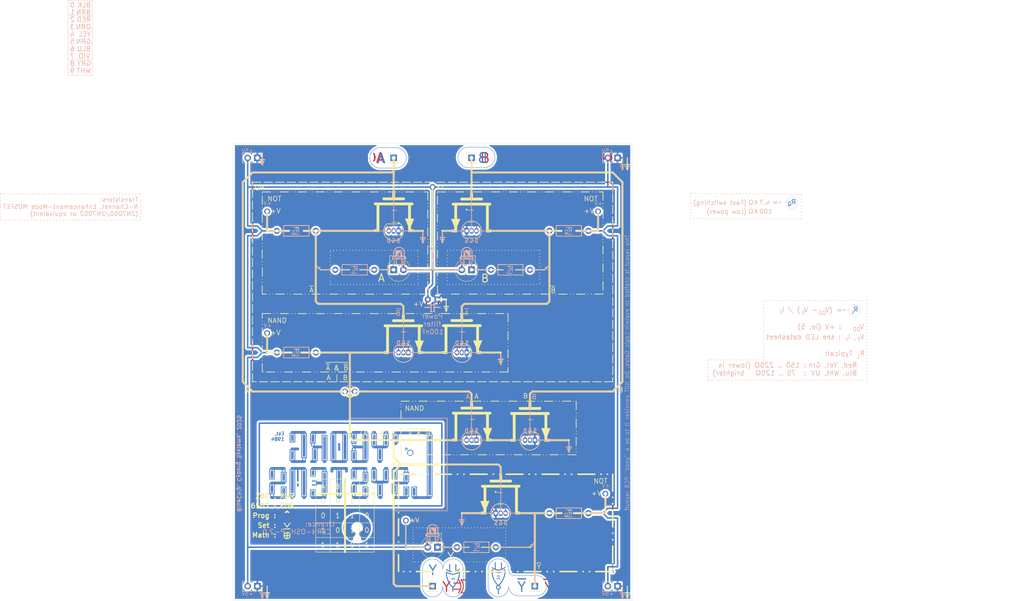
<source format=kicad_pcb>
(kicad_pcb (version 20241229) (generator "pcbnew") (generator_version "9.0")
  (layers (0 "F.Cu" signal) (2 "B.Cu" signal) (13 "F.Paste" user) (15 "B.Paste" user) (5 "F.SilkS" user "F.Silkscreen") (7 "B.SilkS" user "B.Silkscreen") (1 "F.Mask" user) (3 "B.Mask" user) (25 "Edge.Cuts" user))
  (net 0 "")
  (net 1 "Net-(A1-Pin_1)")
  (net 2 "Net-(B1-Pin_1)")
  (net 3 "GNDREF")
  (net 4 "Net-(Q15-S)")
  (net 5 "VDD")
  (net 6 "Net-(D1-K)")
  (net 7 "Net-(D12-K)")
  (net 8 "Net-(D13-K)")
  (net 9 "Net-(Q13-D)")
  (net 10 "Net-(Q13-S)")
  (net 11 "Net-(Q1-D)")
  (net 12 "Net-(Q17-D)")
  (net 13 "Net-(Q12-D)")
  (footprint "Package_TO_SOT_SMD:SOT-23" (layer "F.Cu") (at 115.411998 132.08)
    (property "Reference" "Q17" (hide yes))
    (property "Value" "2N7000" (hide yes))
  )
  (footprint "Resistor_SMD:R_1206_3216Metric" (layer "F.Cu") (at 62.23 62.23)
    (property "Reference" "R11" (hide yes))
    (property "Value" "R" (hide yes))
  )
  (footprint "Package_TO_SOT_SMD:SOT-23" (layer "F.Cu") (at 107.848262 58.418857)
    (property "Reference" "Q12" (hide yes))
    (property "Value" "2N7000" (hide yes))
  )
  (footprint "LED_SMD:LED_1206_3216Metric" (layer "F.Cu") (at 97.79 142.238724 180)
    (property "Reference" "D13" (hide yes))
    (property "Value" "LED" (hide yes))
  )
  (footprint "Resistor_THT:R_Axial_DIN0207_L6.3mm_D2.5mm_P10.16mm_Horizontal" (layer "F.Cu") (at 128.27 135.888724)
    (property "Reference" "R6" (hide yes))
    (property "Value" "R" (hide yes))
  )
  (footprint "Connector_PinHeader_2.54mm:PinHeader_1x01_P2.54mm_Vertical" (layer "F.Cu") (at 107.95 43.18)
    (property "Reference" "B1" (hide yes))
    (property "Value" "Conn_01x01_Pin" (hide yes))
  )
  (footprint "Connector_PinHeader_2.54mm:PinHeader_1x01_P2.54mm_Vertical" (layer "F.Cu") (at 87.63 43.18)
    (property "Reference" "A1" (hide yes))
    (property "Value" "Conn_01x01_Pin" (hide yes))
  )
  (footprint "Package_TO_SOT_THT:TO-92_Inline" (layer "F.Cu") (at 91.439999 93.98 180)
    (property "Reference" "Q3" (hide yes))
    (property "Value" "2N7000" (hide yes))
  )
  (footprint "Package_TO_SOT_THT:TO-92_Inline" (layer "F.Cu") (at 88.9 62.23 180)
    (property "Reference" "Q1" (hide yes))
    (property "Value" "2N7000" (hide yes))
  )
  (footprint "Connector_PinSocket_2.54mm:PinSocket_1x02_P2.54mm_Vertical" (layer "F.Cu") (at 52.07 43.18 -90)
    (property "Reference" "J1" (hide yes))
    (property "Value" "Conn_01x02_Pin" (hide yes))
  )
  (footprint "Resistor_THT:R_Axial_DIN0207_L6.3mm_D2.5mm_P10.16mm_Horizontal" (layer "F.Cu") (at 57.15 93.98)
    (property "Reference" "R5" (hide yes))
    (property "Value" "R" (hide yes))
  )
  (footprint "Package_TO_SOT_SMD:SOT-23" (layer "F.Cu") (at 105.552189 90.141708 180)
    (property "Reference" "Q14" (hide yes))
    (property "Value" "2N7000" (hide yes))
  )
  (footprint "Resistor_THT:R_Axial_DIN0207_L6.3mm_D2.5mm_P10.16mm_Horizontal" (layer "F.Cu") (at 123.19 72.39 180)
    (property "Reference" "R4" (hide yes))
    (property "Value" "R" (hide yes))
  )
  (footprint "LED_SMD:LED_1206_3216Metric" (layer "F.Cu") (at 106.68 69.85 180)
    (property "Reference" "D12" (hide yes))
    (property "Value" "LED" (hide yes))
  )
  (footprint "Package_TO_SOT_THT:TO-92_Inline" (layer "F.Cu") (at 124.46 116.84 180)
    (property "Reference" "Q6" (hide yes))
    (property "Value" "2N7000" (hide yes))
  )
  (footprint "Resistor_THT:R_Axial_DIN0207_L6.3mm_D2.5mm_P10.16mm_Horizontal" (layer "F.Cu") (at 128.27 62.23)
    (property "Reference" "R2" (hide yes))
    (property "Value" "R" (hide yes))
  )
  (footprint "Resistor_THT:R_Axial_DIN0207_L6.3mm_D2.5mm_P10.16mm_Horizontal" (layer "F.Cu") (at 72.39 72.39)
    (property "Reference" "R3" (hide yes))
    (property "Value" "R" (hide yes))
  )
  (footprint "Connector_PinSocket_2.54mm:PinSocket_1x02_P2.54mm_Vertical" (layer "F.Cu") (at 146.05 154.94 -90)
    (property "Reference" "J3" (hide yes))
    (property "Value" "Conn_01x02_Pin" (hide yes))
  )
  (footprint "Capacitor_SMD:C_1206_3216Metric_Pad1.33x1.80mm_HandSolder" (layer "F.Cu") (at 97.7465 82.423)
    (property "Reference" "C2" (hide yes))
    (property "Value" "C_Small")
  )
  (footprint "Package_TO_SOT_THT:TO-92_Inline" (layer "F.Cu") (at 106.68 62.23)
    (property "Reference" "Q2" (hide yes))
    (property "Value" "2N7000" (hide yes))
  )
  (footprint "LED_THT:LED_D1.8mm_W3.3mm_H2.4mm" (layer "F.Cu") (at 87.63 72.39)
    (property "Reference" "D1" (hide yes))
    (property "Value" "LED" (hide yes))
  )
  (footprint "Package_TO_SOT_THT:TO-92_Inline" (layer "F.Cu") (at 114.277544 135.89)
    (property "Reference" "Q7" (hide yes))
    (property "Value" "2N7000" (hide yes))
  )
  (footprint "Connector_PinSocket_2.54mm:PinSocket_1x02_P2.54mm_Vertical" (layer "F.Cu") (at 146.05 43.18 -90)
    (property "Reference" "J4" (hide yes))
    (property "Value" "Conn_01x02_Pin" (hide yes))
  )
  (footprint "Connector_PinHeader_2.54mm:PinHeader_1x01_P2.54mm_Vertical" (layer "F.Cu") (at 97.79 154.94)
    (property "Reference" "Y1" (hide yes))
    (property "Value" "Conn_01x01_Pin" (hide yes))
  )
  (footprint "Resistor_THT:R_Axial_DIN0207_L6.3mm_D2.5mm_P10.16mm_Horizontal" (layer "F.Cu") (at 57.15 62.23)
    (property "Reference" "R1" (hide yes))
    (property "Value" "R" (hide yes))
  )
  (footprint "Package_TO_SOT_THT:TO-92_Inline" (layer "F.Cu") (at 106.679999 93.98 180)
    (property "Reference" "Q4" (hide yes))
    (property "Value" "2N7000" (hide yes))
  )
  (footprint "Resistor_SMD:R_1206_3216Metric" (layer "F.Cu") (at 133.35 135.888724)
    (property "Reference" "R16" (hide yes))
    (property "Value" "R" (hide yes))
  )
  (footprint "Capacitor_THT:C_Disc_D3.0mm_W2.0mm_P2.50mm" (layer "F.Cu") (at 96.54 80.137)
    (property "Reference" "C1" (hide yes))
    (property "Value" "C_Small" (hide yes))
  )
  (footprint "Package_TO_SOT_SMD:SOT-23" (layer "F.Cu") (at 123.299362 113.028628 180)
    (property "Reference" "Q16" (hide yes))
    (property "Value" "2N7000" (hide yes))
  )
  (footprint "Connector_PinSocket_2.54mm:PinSocket_1x02_P2.54mm_Vertical" (layer "F.Cu") (at 52.07 154.94 -90)
    (property "Reference" "J2" (hide yes))
    (property "Value" "Conn_01x02_Pin" (hide yes))
  )
  (footprint "Resistor_SMD:R_1206_3216Metric" (layer "F.Cu") (at 77.37375 72.39)
    (property "Reference" "R13" (hide yes))
    (property "Value" "R" (hide yes))
  )
  (footprint "Package_TO_SOT_THT:TO-92_Inline" (layer "F.Cu") (at 109.22 116.84 180)
    (property "Reference" "Q5" (hide yes))
    (property "Value" "2N7000" (hide yes))
  )
  (footprint "LED_THT:LED_D1.8mm_W3.3mm_H2.4mm" (layer "F.Cu") (at 107.95 72.39 180)
    (property "Reference" "D2" (hide yes))
    (property "Value" "LED" (hide yes))
  )
  (footprint "Resistor_SMD:R_1206_3216Metric" (layer "F.Cu") (at 133.35 62.23)
    (property "Reference" "R12" (hide yes))
    (property "Value" "R" (hide yes))
  )
  (footprint "LED_SMD:LED_1206_3216Metric" (layer "F.Cu") (at 88.9 69.85)
    (property "Reference" "D11" (hide yes))
    (property "Value" "LED" (hide yes))
  )
  (footprint "Resistor_SMD:R_1206_3216Metric" (layer "F.Cu") (at 117.9175 72.39 180)
    (property "Reference" "R14" (hide yes))
    (property "Value" "R" (hide yes))
  )
  (footprint "Connector_PinHeader_2.54mm:PinHeader_1x01_P2.54mm_Vertical" (layer "F.Cu") (at 124.46 154.94)
    (property "Reference" "~{Y}1" (hide yes))
    (property "Value" "Conn_01x01_Pin" (hide yes))
  )
  (footprint "Resistor_SMD:R_1206_3216Metric" (layer "F.Cu") (at 109.22 144.778724 180)
    (property "Reference" "R17" (hide yes))
    (property "Value" "R" (hide yes))
  )
  (footprint "Resistor_SMD:R_1206_3216Metric" (layer "F.Cu") (at 62.23 93.98)
    (property "Reference" "R15" (hide yes))
    (property "Value" "R" (hide yes))
  )
  (footprint "LED_THT:LED_D1.8mm_W3.3mm_H2.4mm" (layer "F.Cu") (at 99.06 144.778724 180)
    (property "Reference" "D3" (hide yes))
    (property "Value" "LED" (hide yes))
  )
  (footprint "Package_TO_SOT_SMD:SOT-23" (layer "F.Cu") (at 108.074738 112.988997 180)
    (property "Reference" "Q15" (hide yes))
    (property "Value" "2N7000" (hide yes))
  )
  (footprint "Package_TO_SOT_SMD:SOT-23" (layer "F.Cu") (at 90.281495 90.17 180)
    (property "Reference" "Q13" (hide yes))
    (property "Value" "2N7000" (hide yes))
  )
  (footprint "Resistor_THT:R_Axial_DIN0207_L6.3mm_D2.5mm_P10.16mm_Horizontal" (layer "F.Cu") (at 114.3 144.778724 180)
    (property "Reference" "R7" (hide yes))
    (property "Value" "R" (hide yes))
  )
  (footprint "Package_TO_SOT_SMD:SOT-23" (layer "F.Cu") (at 87.73705 58.40864 180)
    (property "Reference" "Q11" (hide yes))
    (property "Value" "2N7000" (hide yes))
  )
  (gr_arc (start 105.19753 153.278467) (mid 107.426002 153.659096) (end 109.289757 154.9387) (stroke (width 0.254)) (layer "F.Cu"))
  (gr_arc (start 109.285698 154.937924) (mid 107.413388 156.262098) (end 105.155366 156.662496) (stroke (width 0.254)) (layer "F.Cu"))
  (gr_arc (start 132.270654 153.279767) (mid 134.499126 153.660396) (end 136.362881 154.94) (stroke (width 0.254)) (layer "F.Cu"))
  (gr_line (start 105.040021 155.73339) (end 103.2828 155.73339) (stroke (width 0.254)) (layer "F.Cu"))
  (gr_line (start 132.270654 153.279767) (end 132.270452 153.281241) (stroke (width 0.254)) (layer "F.Cu"))
  (gr_arc (start 104.574791 153.289369) (mid 105.17728 154.976275) (end 104.527247 156.645437) (stroke (width 0.254)) (layer "F.Cu"))
  (gr_line (start 123.825 43.179224) (end 123.829059 43.18) (stroke (width 0.254)) (layer "F.Cu"))
  (gr_line (start 58.87618 44.850911) (end 58.876586 44.850371) (stroke (width 0.254)) (layer "F.Cu"))
  (gr_arc (start 119.736832 41.519767) (mid 121.965301 41.900401) (end 123.829059 43.18) (stroke (width 0.254)) (layer "F.Cu"))
  (gr_arc (start 58.918548 41.467816) (mid 59.542935 43.167447) (end 58.87618 44.850911) (stroke (width 0.254)) (layer "F.Cu"))
  (gr_line (start 119.579323 43.97469) (end 117.822102 43.97469) (stroke (width 0.254)) (layer "F.Cu"))
  (gr_circle (center 124.333 43.18) (end 124.841 43.18) (stroke (width 0.254)) (fill no) (layer "F.Cu"))
  (gr_arc (start 131.647915 153.290669) (mid 132.250404 154.977575) (end 131.600371 156.646737) (stroke (width 0.254)) (layer "F.Cu"))
  (gr_line (start 126.800961 153.162) (end 129.152683 153.162) (stroke (width 0.3175)) (layer "F.Cu"))
  (gr_arc (start 58.296011 41.477244) (mid 58.89848 43.164145) (end 58.248467 44.833312) (stroke (width 0.254)) (layer "F.Cu"))
  (gr_arc (start 136.358822 154.939224) (mid 134.486512 156.263398) (end 132.22849 156.663796) (stroke (width 0.254)) (layer "F.Cu"))
  (gr_circle (center 136.779 154.94) (end 137.287 154.94) (stroke (width 0.254)) (fill no) (layer "F.Cu"))
  (gr_arc (start 119.114093 41.530669) (mid 119.716576 43.217575) (end 119.066549 44.886737) (stroke (width 0.254)) (layer "F.Cu"))
  (gr_arc (start 58.91875 41.466342) (mid 61.147216 41.84698) (end 63.010977 43.126575) (stroke (width 0.254)) (layer "F.Cu"))
  (gr_line (start 119.579323 42.365541) (end 117.822102 42.365541) (stroke (width 0.254)) (layer "F.Cu"))
  (gr_line (start 58.761241 43.921265) (end 57.00402 43.921265) (stroke (width 0.254)) (layer "F.Cu"))
  (gr_line (start 119.736832 41.519767) (end 119.73663 41.521241) (stroke (width 0.254)) (layer "F.Cu"))
  (gr_line (start 137.414 154.939991) (end 138.43 154.94) (stroke (width 0.254)) (layer "F.Cu"))
  (gr_line (start 105.19753 153.278467) (end 105.197328 153.279941) (stroke (width 0.254)) (layer "F.Cu"))
  (gr_line (start 109.285698 154.937924) (end 109.289757 154.9387) (stroke (width 0.254)) (layer "F.Cu"))
  (gr_line (start 63.006918 43.125799) (end 63.010977 43.126575) (stroke (width 0.254)) (layer "F.Cu"))
  (gr_line (start 124.890916 43.179991) (end 125.984 43.18) (stroke (width 0.254)) (layer "F.Cu"))
  (gr_arc (start 132.270452 153.281241) (mid 132.894838 154.980873) (end 132.228084 156.664336) (stroke (width 0.254)) (layer "F.Cu"))
  (gr_line (start 119.694262 44.904336) (end 119.694668 44.903796) (stroke (width 0.254)) (layer "F.Cu"))
  (gr_line (start 132.113145 154.125541) (end 130.355924 154.125541) (stroke (width 0.254)) (layer "F.Cu"))
  (gr_line (start 128.778 41.656) (end 130.302 41.656) (stroke (width 0.254)) (layer "F.Cu"))
  (gr_arc (start 119.73663 41.521241) (mid 120.36103 43.220877) (end 119.694262 44.904336) (stroke (width 0.254)) (layer "F.Cu"))
  (gr_line (start 109.28976 154.9387) (end 110.2678 154.9387) (stroke (width 0.254)) (layer "F.Cu"))
  (gr_line (start 132.113145 155.73469) (end 130.355924 155.73469) (stroke (width 0.254)) (layer "F.Cu"))
  (gr_arc (start 63.006918 43.125799) (mid 61.134613 44.45) (end 58.876586 44.850371) (stroke (width 0.254)) (layer "F.Cu"))
  (gr_circle (center 115.7664 57.3578) (end 116.2744 57.3578) (stroke (width 0.254)) (fill no) (layer "F.Cu"))
  (gr_arc (start 105.197328 153.279941) (mid 105.821714 154.979573) (end 105.15496 156.663036) (stroke (width 0.254)) (layer "F.Cu"))
  (gr_line (start 58.91875 41.466342) (end 58.918548 41.467816) (stroke (width 0.254)) (layer "F.Cu"))
  (gr_line (start 132.228084 156.664336) (end 132.22849 156.663796) (stroke (width 0.254)) (layer "F.Cu"))
  (gr_line (start 105.040021 154.124241) (end 103.2828 154.124241) (stroke (width 0.254)) (layer "F.Cu"))
  (gr_line (start 63.01098 43.126575) (end 63.98902 43.126575) (stroke (width 0.254)) (layer "F.Cu"))
  (gr_arc (start 123.825 43.179224) (mid 121.95269 44.503402) (end 119.694668 44.903796) (stroke (width 0.254)) (layer "F.Cu"))
  (gr_line (start 105.15496 156.663036) (end 105.155366 156.662496) (stroke (width 0.254)) (layer "F.Cu"))
  (gr_line (start 58.761241 42.312116) (end 57.00402 42.312116) (stroke (width 0.254)) (layer "F.Cu"))
  (gr_line (start 132.588 41.656) (end 137.922 41.656) (stroke (width 0.254)) (layer "F.Cu"))
  (gr_line (start 61.341 131.826) (end 61.087 131.826) (stroke (width 0.7112)) (layer "B.Cu"))
  (gr_rect (start 79.883 124.46) (end 80.645 125.222) (stroke (width 0.2)) (fill no) (layer "B.Cu"))
  (gr_circle (center 79.859643 142.38104) (end 79.910443 142.40644) (stroke (width 0.508)) (fill no) (layer "B.Cu"))
  (gr_line (start 116.680698 150.683755) (end 116.680158 150.684161) (stroke (width 0.254)) (layer "B.Cu") (net 9))
  (gr_arc (start 100.457 155.067) (mid 97.79 157.734) (end 95.123 155.067) (stroke (width 0.1)) (layer "B.Cu"))
  (gr_arc (start 88.265 40.513) (mid 90.932 43.18) (end 88.265 45.847) (stroke (width 0.1)) (layer "B.Cu"))
  (gr_arc (start 76.629222 142.828024) (mid 78.119209 136.24129) (end 79.555027 142.840044) (stroke (width 0.2)) (layer "B.Cu"))
  (gr_circle (center 79.537283 142.74715) (end 79.537283 142.74715) (stroke (width 0.254)) (fill no) (layer "B.Cu"))
  (gr_rect (start 58.293 129.032) (end 59.563 131.572) (stroke (width 0.2)) (fill no) (layer "B.Cu"))
  (gr_line (start 84.201 122.428) (end 83.82 122.428) (stroke (width 0.7112)) (layer "B.Cu"))
  (gr_line (start 69.723 114.808) (end 66.421 114.808) (stroke (width 0.7112)) (layer "B.Cu"))
  (gr_line (start 82.677 114.808) (end 82.296 114.808) (stroke (width 0.7112)) (layer "B.Cu"))
  (gr_arc (start 120.269 157.48) (mid 118.475195 156.786614) (end 117.614123 155.067) (stroke (width 0.1)) (layer "B.Cu"))
  (gr_arc (start 112.268 150.215427) (mid 115.074977 147.817042) (end 117.616613 150.495) (stroke (width 0.1)) (layer "B.Cu"))
  (gr_line (start 69.723 122.428) (end 69.469 122.428) (stroke (width 0.7112)) (layer "B.Cu"))
  (gr_rect (start 90.297 129.032) (end 91.567 131.572) (stroke (width 0.2)) (fill no) (layer "B.Cu"))
  (gr_line (start 104.783039 151.140213) (end 104.782499 151.140619) (stroke (width 0.254)) (layer "B.Cu"))
  (gr_circle (center 76.194569 142.264025) (end 76.245369 142.289425) (stroke (width 0.508)) (fill no) (layer "B.Cu"))
  (gr_line (start 103.853393 151.025274) (end 103.853393 149.268053) (stroke (width 0.254)) (layer "B.Cu"))
  (gr_arc (start 124.841 152.146006) (mid 127.507994 154.813) (end 124.841 157.479994) (stroke (width 0.1)) (layer "B.Cu"))
  (gr_arc (start 104.76544 150.5125) (mid 103.096278 151.162533) (end 101.409372 150.560044) (stroke (width 0.254)) (layer "B.Cu"))
  (gr_line (start 112.268 155.067) (end 112.268 150.241) (stroke (width 0.1)) (layer "B.Cu"))
  (gr_rect (start 55.499 130.81) (end 56.261 131.572) (stroke (width 0.2)) (fill no) (layer "B.Cu"))
  (gr_line (start 124.841 152.146) (end 120.015 152.146) (stroke (width 0.1)) (layer "B.Cu"))
  (gr_circle (center 79.086044 141.318154) (end 79.136844 141.343554) (stroke (width 0.508)) (fill no) (layer "B.Cu"))
  (gr_line (start 113.296129 150.726325) (end 113.297603 150.726123) (stroke (width 0.254)) (layer "B.Cu") (net 9))
  (gr_line (start 111.379 40.386) (end 107.061 40.386) (stroke (width 0.1)) (layer "B.Cu"))
  (gr_line (start 69.723 131.826) (end 66.421 131.826) (stroke (width 0.7112)) (layer "B.Cu"))
  (gr_rect (start 81.915 124.46) (end 83.185 127.762) (stroke (width 0.2)) (fill no) (layer "B.Cu"))
  (gr_rect (start 63.627 115.062) (end 64.897 121.412) (stroke (width 0.2)) (fill no) (layer "B.Cu"))
  (gr_circle (center 91.948 120.142) (end 91.44 120.65) (stroke (width 0.2)) (fill no) (layer "B.Cu"))
  (gr_circle (center 79.2226 141.173168) (end 79.2734 141.198568) (stroke (width 0.508)) (fill no) (layer "B.Cu"))
  (gr_line (start 97.155 114.935) (end 88.011 114.935) (stroke (width 0.7112)) (layer "B.Cu"))
  (gr_line (start 68.707 128.016) (end 67.691 128.016) (stroke (width 0.7112)) (layer "B.Cu"))
  (gr_rect (start 52.578 112.395) (end 100.203 133.985) (stroke (width 0.4)) (fill no) (layer "B.Cu"))
  (gr_rect (start 84.963 124.46) (end 86.233 127.762) (stroke (width 0.2)) (fill no) (layer "B.Cu"))
  (gr_arc (start 104.783039 151.140213) (mid 103.099576 151.806967) (end 101.399944 151.182581) (stroke (width 0.254)) (layer "B.Cu"))
  (gr_line (start 85.725 118.618) (end 82.423 118.618) (stroke (width 0.7112)) (layer "B.Cu"))
  (gr_line (start 101.39847 151.182783) (end 101.399944 151.182581) (stroke (width 0.254)) (layer "B.Cu"))
  (gr_rect (start 87.249 124.46) (end 88.519 127) (stroke (width 0.2)) (fill no) (layer "B.Cu"))
  (gr_rect (start 60.579 115.062) (end 61.849 117.348) (stroke (width 0.2)) (fill no) (layer "B.Cu"))
  (gr_rect (start 76.581 124.46) (end 77.851 127) (stroke (width 0.2)) (fill no) (layer "B.Cu"))
  (gr_line (start 62.611 128.27) (end 62.611 128.778) (stroke (width 0.4064)) (layer "B.Cu"))
  (gr_line (start 71.501 124.206) (end 71.501 124.968) (stroke (width 0.7112)) (layer "B.Cu"))
  (gr_line (start 75.057 122.428) (end 71.755 122.428) (stroke (width 0.7112)) (layer "B.Cu"))
  (gr_arc (start 117.602 155.067) (mid 114.935 157.734) (end 112.268 155.067) (stroke (width 0.1)) (layer "B.Cu"))
  (gr_rect (start 74.295 115.062) (end 75.565 122.174) (stroke (width 0.2)) (fill no) (layer "B.Cu"))
  (gr_rect (start 79.629 115.062) (end 80.899 122.174) (stroke (width 0.2)) (fill no) (layer "B.Cu"))
  (gr_arc (start 76.299479 141.4865) (mid 78.117764 137.16) (end 79.892474 141.504555) (stroke (width 2.032)) (layer "B.Cu"))
  (gr_line (start 84.328 131.826) (end 83.947 131.826) (stroke (width 0.7112)) (layer "B.Cu"))
  (gr_line (start 91.059 128.016) (end 87.757 128.016) (stroke (width 0.7112)) (layer "B.Cu"))
  (gr_circle (center 76.404221 142.366413) (end 76.455021 142.391813) (stroke (width 0.508)) (fill no) (layer "B.Cu"))
  (gr_rect (start 76.835 117.602) (end 77.597 118.364) (stroke (width 0.2)) (fill no) (layer "B.Cu"))
  (gr_rect (start 90.297 125.222) (end 91.567 127.762) (stroke (width 0.2)) (fill no) (layer "B.Cu"))
  (gr_rect (start 69.215 131.064) (end 69.977 131.572) (stroke (width 0.2)) (fill no) (layer "B.Cu"))
  (gr_arc (start 116.663099 150.056042) (mid 114.993937 150.706075) (end 113.307031 150.103586) (stroke (width 0.254)) (layer "B.Cu"))
  (gr_rect (start 58.547 124.46) (end 59.309 125.222) (stroke (width 0.2)) (fill no) (layer "B.Cu"))
  (gr_line (start 114.956353 155.869671) (end 114.956362 156.885671) (stroke (width 0.254)) (layer "B.Cu") (net 9))
  (gr_line (start 75.057 114.808) (end 71.755 114.808) (stroke (width 0.7112)) (layer "B.Cu"))
  (gr_rect (start 55.245 128.27) (end 56.515 130.81) (stroke (width 0.2)) (fill no) (layer "B.Cu"))
  (gr_arc (start 111.379 40.386) (mid 114.046 43.053) (end 111.379 45.72) (stroke (width 0.1)) (layer "B.Cu"))
  (gr_arc (start 114.956362 154.818552) (mid 113.676758 152.954797) (end 113.296129 150.726325) (stroke (width 0.254)) (layer "B.Cu") (net 9))
  (gr_line (start 102.244244 151.025274) (end 102.244244 149.268053) (stroke (width 0.254)) (layer "B.Cu"))
  (gr_line (start 75.311 124.206) (end 71.755 124.206) (stroke (width 0.7112)) (layer "B.Cu"))
  (gr_arc (start 107.061 45.72) (mid 104.394 43.053) (end 107.061 40.386) (stroke (width 0.1)) (layer "B.Cu"))
  (gr_line (start 67.437 127.508) (end 67.437 128.524) (stroke (width 0.3048)) (layer "B.Cu"))
  (gr_rect (start 76.835 118.872) (end 77.597 119.634) (stroke (width 0.2)) (fill no) (layer "B.Cu"))
  (gr_line (start 88.261253 117.719531) (end 87.880253 117.719531) (stroke (width 0.7112)) (layer "B.Cu"))
  (gr_rect (start 65.913 124.46) (end 67.183 126.238) (stroke (width 0.2)) (fill no) (layer "B.Cu"))
  (gr_circle (center 114.956362 155.234671) (end 114.956362 155.742671) (stroke (width 0.254)) (fill no) (layer "B.Cu") (net 9))
  (gr_line (start 84.074 45.847) (end 88.265 45.847) (stroke (width 0.1)) (layer "B.Cu"))
  (gr_rect (start 76.581 128.27) (end 77.851 130.81) (stroke (width 0.2)) (fill no) (layer "B.Cu"))
  (gr_rect (start 68.961 124.968) (end 70.231 131.064) (stroke (width 0.2)) (fill no) (layer "B.Cu"))
  (gr_line (start 64.389 122.428) (end 61.087 122.428) (stroke (width 0.7112)) (layer "B.Cu"))
  (gr_line (start 88.265 40.513) (end 83.947 40.513) (stroke (width 0.1)) (layer "B.Cu"))
  (gr_rect (start 68.961 115.57) (end 70.231 122.174) (stroke (width 0.2)) (fill no) (layer "B.Cu"))
  (gr_line (start 78.9686 141.376368) (end 79.5782 142.544768) (stroke (width 0.508)) (layer "B.Cu"))
  (gr_rect (start 92.329 129.032) (end 93.599 131.572) (stroke (width 0.2)) (fill no) (layer "B.Cu"))
  (gr_line (start 68.707 118.618) (end 66.929 118.618) (stroke (width 0.7112)) (layer "B.Cu"))
  (gr_rect (start 60.579 124.46) (end 61.849 131.572) (stroke (width 0.2)) (fill no) (layer "B.Cu"))
  (gr_line (start 67.183 122.428) (end 66.167 122.428) (stroke (width 0.7112)) (layer "B.Cu"))
  (gr_curve (pts (xy 120.015 152.146) (xy 118.237 152.146) (xy 117.729 152.019) (xy 117.616613 150.495)) (stroke (width 0.1)) (layer "B.Cu"))
  (gr_arc (start 105.791 155.067) (mid 103.124 157.734) (end 100.457 155.067) (stroke (width 0.1)) (layer "B.Cu"))
  (gr_arc (start 95.123 150.495) (mid 97.79 147.828) (end 100.457 150.495) (stroke (width 0.1)) (layer "B.Cu"))
  (gr_rect (start 65.913 129.794) (end 67.183 131.572) (stroke (width 0.2)) (fill no) (layer "B.Cu"))
  (gr_line (start 85.852 127.762) (end 82.423 127.762) (stroke (width 0.7112)) (layer "B.Cu"))
  (gr_line (start 59.055 124.206) (end 55.753 124.206) (stroke (width 0.7112)) (layer "B.Cu"))
  (gr_line (start 62.611 124.46) (end 62.611 127.508) (stroke (width 0.4064)) (layer "B.Cu"))
  (gr_line (start 107.061 45.72) (end 111.379 45.72) (stroke (width 0.1)) (layer "B.Cu"))
  (gr_arc (start 116.680698 150.683755) (mid 114.997235 151.350509) (end 113.297603 150.726123) (stroke (width 0.254)) (layer "B.Cu") (net 9))
  (gr_line (start 64.389 131.826) (end 64.135 131.826) (stroke (width 0.7112)) (layer "B.Cu"))
  (gr_rect (start 65.913 115.062) (end 67.183 117.602) (stroke (width 0.2)) (fill no) (layer "B.Cu"))
  (gr_line (start 115.751052 150.568816) (end 115.751052 148.811595) (stroke (width 0.254)) (layer "B.Cu"))
  (gr_line (start 122.10549 153.035) (end 120.015 153.035) (stroke (width 0.3175)) (layer "B.Cu"))
  (gr_line (start 91.059 124.206) (end 87.757 124.206) (stroke (width 0.7112)) (layer "B.Cu"))
  (gr_circle (center 79.6544 142.468568) (end 79.7052 142.493968) (stroke (width 0.508)) (fill no) (layer "B.Cu"))
  (gr_line (start 66.421 127.508) (end 67.437 127.508) (stroke (width 0.3048)) (layer "B.Cu"))
  (gr_arc (start 104.782499 151.140619) (mid 104.382101 153.398641) (end 103.057927 155.270951) (stroke (width 0.254)) (layer "B.Cu"))
  (gr_rect (start 79.629 129.032) (end 80.899 131.572) (stroke (width 0.2)) (fill no) (layer "B.Cu"))
  (gr_rect (start 71.247 115.062) (end 72.517 122.174) (stroke (width 0.2)) (fill no) (layer "B.Cu"))
  (gr_line (start 64.389 124.206) (end 61.087 124.206) (stroke (width 0.7112)) (layer "B.Cu"))
  (gr_line (start 85.852 114.808) (end 85.471 114.808) (stroke (width 0.7112)) (layer "B.Cu"))
  (gr_circle (center 76.994172 141.201139) (end 77.044972 141.226539) (stroke (width 0.508)) (fill no) (layer "B.Cu"))
  (gr_rect (start 87.503 115.189) (end 88.773 117.475) (stroke (width 0.2)) (fill no) (layer "B.Cu"))
  (gr_line (start 69.723 124.206) (end 66.421 124.206) (stroke (width 0.7112)) (layer "B.Cu"))
  (gr_arc (start 84.074 45.847) (mid 81.407 43.18) (end 84.074 40.513) (stroke (width 0.1)) (layer "B.Cu"))
  (gr_arc (start 116.680158 150.684161) (mid 116.27976 152.942183) (end 114.955586 154.814493) (stroke (width 0.254)) (layer "B.Cu") (net 9))
  (gr_line (start 85.852 124.206) (end 85.471 124.206) (stroke (width 0.7112)) (layer "B.Cu"))
  (gr_rect (start 66.421 118.872) (end 67.691 122.174) (stroke (width 0.2)) (fill no) (layer "B.Cu"))
  (gr_circle (center 207.90228 82.960568) (end 206.390736 83.280511) (stroke (width 0.0254) (type dash_dot)) (fill no) (layer "B.Cu"))
  (gr_circle (center 191.516 54.905218) (end 190.004456 55.225161) (stroke (width 0.0254)) (fill no) (layer "B.Cu"))
  (gr_rect (start 66.167 117.602) (end 66.929 118.364) (stroke (width 0.2)) (fill no) (layer "B.Cu"))
  (gr_line (start 103.058703 155.275013) (end 103.058703 156.253053) (stroke (width 0.254)) (layer "B.Cu"))
  (gr_line (start 95.123 155.067) (end 95.123 150.495) (stroke (width 0.1)) (layer "B.Cu"))
  (gr_circle (center 77.13069 141.313278) (end 77.18149 141.338678) (stroke (width 0.508)) (fill no) (layer "B.Cu"))
  (gr_line (start 73.533 131.826) (end 73.152 131.826) (stroke (width 0.7112)) (layer "B.Cu"))
  (gr_line (start 80.391 122.428) (end 77.089 122.428) (stroke (width 0.7112)) (layer "B.Cu"))
  (gr_rect (start 87.503 130.81) (end 88.265 131.572) (stroke (width 0.2)) (fill no) (layer "B.Cu"))
  (gr_rect (start 76.835 130.81) (end 77.597 131.572) (stroke (width 0.2)) (fill no) (layer "B.Cu"))
  (gr_line (start 64.389 114.808) (end 61.087 114.808) (stroke (width 0.7112)) (layer "B.Cu"))
  (gr_line (start 59.055 128.016) (end 55.753 128.016) (stroke (width 0.7112)) (layer "B.Cu"))
  (gr_line (start 105.791 150.495) (end 105.791 155.067) (stroke (width 0.1)) (layer "B.Cu"))
  (gr_rect (start 58.293 125.222) (end 59.563 127.762) (stroke (width 0.2)) (fill no) (layer "B.Cu"))
  (gr_rect (start 90.551 124.46) (end 91.313 125.222) (stroke (width 0.2)) (fill no) (layer "B.Cu"))
  (gr_circle (center 80.018914 142.273776) (end 80.069714 142.299176) (stroke (width 0.508)) (fill no) (layer "B.Cu"))
  (gr_line (start 91.059 131.826) (end 87.757 131.826) (stroke (width 0.7112)) (layer "B.Cu"))
  (gr_rect (start 76.581 115.062) (end 77.851 117.602) (stroke (width 0.2)) (fill no) (layer "B.Cu"))
  (gr_line (start 59.055 131.826) (end 55.753 131.826) (stroke (width 0.7112)) (layer "B.Cu"))
  (gr_line (start 103.057927 155.270951) (end 103.058703 155.27501) (stroke (width 0.254)) (layer "B.Cu"))
  (gr_rect (start 84.963 115.062) (end 86.233 118.364) (stroke (width 0.2)) (fill no) (layer "B.Cu"))
  (gr_rect (start 63.627 124.46) (end 64.897 131.572) (stroke (width 0.2)) (fill no) (layer "B.Cu"))
  (gr_rect (start 81.915 115.062) (end 83.185 118.364) (stroke (width 0.2)) (fill no) (layer "B.Cu"))
  (gr_rect (start 76.581 119.634) (end 77.851 122.174) (stroke (width 0.2)) (fill no) (layer "B.Cu"))
  (gr_line (start 97.155 131.826) (end 92.837 131.826) (stroke (width 0.7112)) (layer "B.Cu"))
  (gr_line (start 120.269 157.48) (end 124.841 157.48) (stroke (width 0.1)) (layer "B.Cu"))
  (gr_line (start 82.677 124.206) (end 82.296 124.206) (stroke (width 0.7112)) (layer "B.Cu"))
  (gr_rect (start 63.881 121.412) (end 64.643 122.174) (stroke (width 0.2)) (fill no) (layer "B.Cu"))
  (gr_line (start 62.611 119.126) (end 61.087 119.126) (stroke (width 0.7112)) (layer "B.Cu"))
  (gr_rect (start 83.439 128.143) (end 84.709 131.445) (stroke (width 0.2)) (fill no) (layer "B.Cu"))
  (gr_rect (start 96.393 115.316) (end 97.663 131.572) (stroke (width 0.2)) (fill no) (layer "B.Cu"))
  (gr_line (start 80.391 124.206) (end 77.089 124.206) (stroke (width 0.7112)) (layer "B.Cu"))
  (gr_arc (start 100.457 150.495) (mid 103.124 147.828) (end 105.791 150.495) (stroke (width 0.1)) (layer "B.Cu"))
  (gr_line (start 114.141903 150.568816) (end 114.141903 148.811595) (stroke (width 0.254)) (layer "B.Cu"))
  (gr_line (start 80.391 131.826) (end 77.089 131.826) (stroke (width 0.7112)) (layer "B.Cu"))
  (gr_line (start 67.437 128.524) (end 66.421 128.524) (stroke (width 0.3048)) (layer "B.Cu"))
  (gr_arc (start 103.058703 155.27501) (mid 101.779099 153.411255) (end 101.39847 151.182783) (stroke (width 0.254)) (layer "B.Cu"))
  (gr_circle (center 76.535863 142.45905) (end 76.586663 142.48445) (stroke (width 0.508)) (fill no) (layer "B.Cu"))
  (gr_rect (start 60.579 119.38) (end 61.849 122.174) (stroke (width 0.2)) (fill no) (layer "B.Cu"))
  (gr_rect (start 83.439 118.872) (end 84.709 122.174) (stroke (width 0.2)) (fill no) (layer "B.Cu"))
  (gr_line (start 75.311 124.206) (end 75.311 124.968) (stroke (width 0.7112)) (layer "B.Cu"))
  (gr_rect (start 55.245 124.46) (end 56.515 127) (stroke (width 0.2)) (fill no) (layer "B.Cu"))
  (gr_line (start 80.391 128.016) (end 77.089 128.016) (stroke (width 0.7112)) (layer "B.Cu"))
  (gr_rect (start 69.215 124.46) (end 69.977 124.968) (stroke (width 0.2)) (fill no) (layer "B.Cu"))
  (gr_circle (center 90.932 119.126) (end 90.932 119.38) (stroke (width 0.2)) (fill no) (layer "B.Cu"))
  (gr_rect (start 87.249 128.27) (end 88.519 130.81) (stroke (width 0.2)) (fill no) (layer "B.Cu"))
  (gr_line (start 79.375 118.618) (end 77.343 118.618) (stroke (width 0.7112)) (layer "B.Cu"))
  (gr_line (start 77.2922 141.350968) (end 76.6064 142.570168) (stroke (width 0.508)) (layer "B.Cu"))
  (gr_rect (start 79.629 125.222) (end 80.899 127.762) (stroke (width 0.2)) (fill no) (layer "B.Cu"))
  (gr_line (start 80.391 114.808) (end 77.089 114.808) (stroke (width 0.7112)) (layer "B.Cu"))
  (gr_rect (start 72.771 124.46) (end 74.041 131.572) (stroke (width 0.2)) (fill no) (layer "B.Cu"))
  (gr_circle (center 76.659914 142.733141) (end 76.659914 142.733141) (stroke (width 0.254)) (fill no) (layer "B.Cu"))
  (gr_circle (center 78.117764 139.7) (end 74.558046 139.709751) (stroke (width 0.0254)) (fill no) (layers "B.Cu" "B.Mask"))
  (gr_poly (pts (xy 113.250104 113.686502) (xy 112.122801 116.4728) (xy 110.997647 113.686404)) (stroke (width 0.1)) (fill yes) (layer "F.SilkS"))
  (gr_line (start 87.63 121.285) (end 89.535 123.19) (stroke (width 0.508)) (layer "F.SilkS"))
  (gr_line (start 87.63 72.39) (end 78.74 72.39) (stroke (width 0.254)) (layer "F.SilkS"))
  (gr_poly (pts (xy 92.913781 59.069661) (xy 91.786478 61.855959) (xy 90.661324 59.069563)) (stroke (width 0.1)) (fill yes) (layer "F.SilkS"))
  (gr_line (start 105.41 84.455) (end 105.41 81.915) (stroke (width 0.508)) (layer "F.SilkS"))
  (gr_line (start 147.955 156.70249) (end 149.225 156.70249) (stroke (width 0.254)) (layer "F.SilkS"))
  (gr_line (start 148.29897 45.83149) (end 148.904681 45.83149) (stroke (width 0.1)) (layer "F.SilkS"))
  (gr_line (start 113.03 116.84) (end 118.11 116.84) (stroke (width 0.508)) (layer "F.SilkS"))
  (gr_line (start 54.628955 158.00351) (end 54.61 154.94) (stroke (width 0.254)) (layer "F.SilkS"))
  (gr_line (start 114.935 123.19) (end 115.57 123.825) (stroke (width 0.508)) (layer "F.SilkS"))
  (gr_line (start 50.8 46.99) (end 48.26 49.53) (stroke (width 0.508)) (layer "F.SilkS"))
  (gr_line (start 115.560522 93.98) (end 110.49 93.98) (stroke (width 0.508)) (layer "F.SilkS"))
  (gr_line (start 100.33 62.23) (end 102.87 62.23) (stroke (width 0.508)) (layer "F.SilkS"))
  (gr_line (start 104.775 137.65249) (end 106.045 137.65249) (stroke (width 0.254)) (layer "F.SilkS"))
  (gr_line (start 127.635 81.28) (end 128.27 80.645) (stroke (width 0.508)) (layer "F.SilkS"))
  (gr_line (start 94.958091 64.88149) (end 95.563802 64.88149) (stroke (width 0.1)) (layer "F.SilkS"))
  (gr_line (start 67.945 71.755) (end 68.58 71.755) (stroke (width 0.1)) (layer "F.SilkS"))
  (gr_line (start 124.46 135.89) (end 131.445 135.89) (stroke (width 0.508)) (layer "F.SilkS"))
  (gr_line (start 124.46 135.89) (end 120.640275 135.89) (stroke (width 0.508)) (layer "F.SilkS"))
  (gr_line (start 148.601656 158.22649) (end 148.309747 157.59149) (stroke (width 0.1)) (layer "F.SilkS"))
  (gr_line (start 52.885274 44.18049) (end 53.81662 44.18049) (stroke (width 0.254)) (layer "F.SilkS"))
  (gr_line (start 123.19 106.968715) (end 123.19 104.775) (stroke (width 0.508)) (layer "F.SilkS"))
  (gr_circle (center 97.79 144.778724) (end 100.773671 145.199961) (stroke (width 0.1)) (fill no) (layer "F.SilkS"))
  (gr_line (start 54.935458 157.59149) (end 54.621656 158.22649) (stroke (width 0.1)) (layer "F.SilkS"))
  (gr_line (start 67.31 80.645) (end 67.31 71.12) (stroke (width 0.508)) (layer "F.SilkS"))
  (gr_poly (pts (xy 87.459155 85.995195) (xy 87.300405 85.836445) (xy 87.300405 85.479257) (xy 87.419467 85.360195) (xy 89.840405 85.360195) (xy 89.840405 84.090195) (xy 90.475405 84.090195) (xy 90.475405 85.360195) (xy 92.896343 85.360195) (xy 93.015405 85.479257) (xy 93.015405 85.836445) (xy 92.856655 85.995195)) (stroke (width 0.1)) (fill yes) (layer "F.SilkS"))
  (gr_poly (pts (xy 128.471337 113.760391) (xy 127.344034 116.546689) (xy 126.21888 113.760293)) (stroke (width 0.1)) (fill yes) (layer "F.SilkS"))
  (gr_line (start 100.868671 82.40749) (end 101.800017 82.40749) (stroke (width 0.254)) (layer "F.SilkS"))
  (gr_line (start 148.309747 157.59149) (end 148.915458 157.59149) (stroke (width 0.1)) (layer "F.SilkS"))
  (gr_poly (pts (xy 100.335447 94.27546) (xy 100.335447 93.64046) (xy 100.970447 93.64046) (xy 100.970447 87.29046) (xy 100.494197 87.29046) (xy 100.335447 87.13171) (xy 100.335447 86.774522) (xy 100.454509 86.65546) (xy 110.336697 86.65546) (xy 110.495447 86.81421) (xy 110.495447 87.171398) (xy 110.376385 87.29046) (xy 109.860447 87.29046) (xy 109.860447 93.64046) (xy 110.495447 93.64046) (xy 110.495447 94.27546) (xy 109.225447 94.27546) (xy 109.225447 87.29046) (xy 101.605447 87.29046) (xy 101.605447 94.27546)) (stroke (width 0.1)) (fill yes) (layer "F.SilkS"))
  (gr_line (start 68.58 72.39) (end 67.31 71.12) (stroke (width 0.254)) (layer "F.SilkS"))
  (gr_poly (pts (xy 110.666587 54.259024) (xy 110.825337 54.100274) (xy 110.825337 53.743086) (xy 110.706275 53.624024) (xy 108.285337 53.624024) (xy 108.285337 52.354024) (xy 107.650337 52.354024) (xy 107.650337 53.624024) (xy 105.229399 53.624024) (xy 105.110337 53.743086) (xy 105.110337 54.100274) (xy 105.269087 54.259024)) (stroke (width 0.1)) (fill yes) (layer "F.SilkS"))
  (gr_line (start 127 72.39) (end 119.38 72.39) (stroke (width 0.254)) (layer "F.SilkS"))
  (gr_poly (pts (xy 118.276862 127.855539) (xy 118.435612 127.696789) (xy 118.435612 127.339601) (xy 118.31655 127.220539) (xy 115.895612 127.220539) (xy 115.895612 125.950539) (xy 115.260612 125.950539) (xy 115.260612 127.220539) (xy 112.839674 127.220539) (xy 112.720612 127.339601) (xy 112.720612 127.696789) (xy 112.879362 127.855539)) (stroke (width 0.1)) (fill yes) (layer "F.SilkS"))
  (gr_line (start 69.92245 96.975866) (end 71.00045 96.975866) (stroke (width 0.15875)) (layer "F.SilkS"))
  (gr_line (start 148.416476 45.932543) (end 148.763524 45.932543) (stroke (width 0.2032)) (layer "F.SilkS"))
  (gr_line (start 148.493203 157.800656) (end 148.717 157.797412) (stroke (width 0.1)) (layer "F.SilkS"))
  (gr_line (start 114.925522 95.74249) (end 116.195522 95.74249) (stroke (width 0.254)) (layer "F.SilkS"))
  (gr_rect (start 50.8 49.53) (end 144.78 101.6) (stroke (width 0.2) (type dash)) (fill no) (layer "F.SilkS"))
  (gr_line (start 53.177253 44.662543) (end 53.524301 44.662543) (stroke (width 0.2032)) (layer "F.SilkS"))
  (gr_poly (pts (xy 102.906944 117.1078) (xy 102.906944 116.4728) (xy 103.541944 116.4728) (xy 103.541944 110.1228) (xy 103.065694 110.1228) (xy 102.906944 109.96405) (xy 102.906944 109.606862) (xy 103.026006 109.4878) (xy 112.908194 109.4878) (xy 113.066944 109.64655) (xy 113.066944 110.003738) (xy 112.947882 110.1228) (xy 112.431944 110.1228) (xy 112.431944 116.4728) (xy 113.066944 116.4728) (xy 113.066944 117.1078) (xy 111.796944 117.1078) (xy 111.796944 110.1228) (xy 104.176944 110.1228) (xy 104.176944 117.1078)) (stroke (width 0.1)) (fill yes) (layer "F.SilkS"))
  (gr_line (start 100.233203 65.090656) (end 100.457 65.087412) (stroke (width 0.1)) (layer "F.SilkS"))
  (gr_line (start 115.57 123.825) (end 115.57 125.950539) (stroke (width 0.508)) (layer "F.SilkS"))
  (gr_line (start 148.608955 158.00351) (end 148.59 154.94) (stroke (width 0.254)) (layer "F.SilkS"))
  (gr_line (start 77.47 104.14) (end 107.315 104.14) (stroke (width 0.508)) (layer "F.SilkS"))
  (gr_circle (center 106.68 72.39) (end 109.663671 72.811237) (stroke (width 0.1)) (fill no) (layer "F.SilkS"))
  (gr_line (start 123.19 104.775) (end 123.825 104.14) (stroke (width 0.508)) (layer "F.SilkS"))
  (gr_line (start 148.598178 46.24351) (end 148.579223 43.18) (stroke (width 0.254)) (layer "F.SilkS"))
  (gr_line (start 133.243725 119.700656) (end 133.467522 119.697412) (stroke (width 0.1)) (layer "F.SilkS"))
  (gr_line (start 105.247253 138.642543) (end 105.594301 138.642543) (stroke (width 0.2032)) (layer "F.SilkS"))
  (gr_poly (pts (xy 95.438902 90.881871) (xy 94.311599 93.668169) (xy 93.186445 90.881773)) (stroke (width 0.1)) (fill yes) (layer "F.SilkS"))
  (gr_rect (start 99.06 52.07) (end 142.24 78.74) (stroke (width 0.2) (type dash_dot_dot)) (fill no) (layer "F.SilkS"))
  (gr_line (start 69.92245 96.52) (end 75.678316 96.52) (stroke (width 0.15875)) (layer "F.SilkS"))
  (gr_line (start 54.447253 157.692543) (end 54.794301 157.692543) (stroke (width 0.2032)) (layer "F.SilkS"))
  (gr_line (start 124.46 143.51) (end 123.19 144.78) (stroke (width 0.254)) (layer "F.SilkS"))
  (gr_line (start 115.572178 97.26649) (end 115.280269 96.63149) (stroke (width 0.1)) (layer "F.SilkS"))
  (gr_line (start 87.63 46.99) (end 50.8 46.99) (stroke (width 0.508)) (layer "F.SilkS"))
  (gr_line (start 76.835 116.84) (end 76.2 116.205) (stroke (width 0.508)) (layer "F.SilkS"))
  (gr_arc (start 77.47 104.267) (mid 76.2 105.537) (end 74.93 104.267) (stroke (width 0.508)) (layer "F.SilkS"))
  (gr_line (start 115.463725 96.840656) (end 115.687522 96.837412) (stroke (width 0.1)) (layer "F.SilkS"))
  (gr_poly (pts (xy 113.03 62.566998) (xy 113.03 61.931998) (xy 112.395 61.931998) (xy 112.395 55.581998) (xy 112.87125 55.581998) (xy 113.03 55.423248) (xy 113.03 55.06606) (xy 112.910938 54.946998) (xy 103.02875 54.946998) (xy 102.87 55.105748) (xy 102.87 55.462936) (xy 102.989062 55.581998) (xy 103.505 55.581998) (xy 103.505 61.931998) (xy 102.87 61.931998) (xy 102.87 62.566998) (xy 104.14 62.566998) (xy 104.14 55.581998) (xy 111.76 55.581998) (xy 111.76 62.566998)) (stroke (width 0.1)) (fill yes) (layer "F.SilkS"))
  (gr_line (start 142.875 130.81) (end 142.875 135.888724) (stroke (width 0.508)) (layer "F.SilkS"))
  (gr_line (start 124.46 143.51) (end 124.46 135.89) (stroke (width 0.508)) (layer "F.SilkS"))
  (gr_line (start 148.124497 45.45049) (end 149.055843 45.45049) (stroke (width 0.254)) (layer "F.SilkS"))
  (gr_line (start 101.648855 82.78849) (end 101.335053 83.42349) (stroke (width 0.1)) (layer "F.SilkS"))
  (gr_line (start 99.06 80.137) (end 101.323397 80.137) (stroke (width 0.508)) (layer "F.SilkS"))
  (gr_line (start 80.018499 127.625899) (end 81.341499 127.625899) (stroke (width 0.2032)) (layer "F.SilkS"))
  (gr_line (start 54.329747 157.59149) (end 54.935458 157.59149) (stroke (width 0.1)) (layer "F.SilkS"))
  (gr_line (start 90.17 84.455) (end 90.17 81.915) (stroke (width 0.508)) (layer "F.SilkS"))
  (gr_line (start 87.63 52.07) (end 87.63 43.18) (stroke (width 0.508)) (layer "F.SilkS"))
  (gr_line (start 76.2 72.39) (end 68.58 72.39) (stroke (width 0.254)) (layer "F.SilkS"))
  (gr_line (start 54.621656 158.22649) (end 54.329747 157.59149) (stroke (width 0.1)) (layer "F.SilkS"))
  (gr_line (start 115.579477 97.04351) (end 115.560522 93.98) (stroke (width 0.254)) (layer "F.SilkS"))
  (gr_line (start 100.167253 64.982543) (end 100.514301 64.982543) (stroke (width 0.2032)) (layer "F.SilkS"))
  (gr_rect (start 88.9 125.728724) (end 144.78 151.128724) (stroke (width 0.4) (type dash_dot_dot)) (fill no) (layer "F.SilkS"))
  (gr_line (start 101.2266 82.997656) (end 101.450397 82.994412) (stroke (width 0.1)) (layer "F.SilkS"))
  (gr_poly (pts (xy 105.270357 108.799826) (xy 105.111607 108.641076) (xy 105.111607 108.283888) (xy 105.230669 108.164826) (xy 107.651607 108.164826) (xy 107.651607 106.894826) (xy 108.286607 106.894826) (xy 108.286607 108.164826) (xy 110.707545 108.164826) (xy 110.826607 108.283888) (xy 110.826607 108.641076) (xy 110.667857 108.799826)) (stroke (width 0.1)) (fill yes) (layer "F.SilkS"))
  (gr_line (start 60.96 93.98) (end 54.61 93.98) (stroke (width 0.508)) (layer "F.SilkS"))
  (gr_line (start 132.885796 119.11049) (end 133.817142 119.11049) (stroke (width 0.254)) (layer "F.SilkS"))
  (gr_line (start 144.78 46.99) (end 107.95 46.99) (stroke (width 0.508)) (layer "F.SilkS"))
  (gr_line (start 104.955274 138.16049) (end 105.88662 138.16049) (stroke (width 0.254)) (layer "F.SilkS"))
  (gr_line (start 99.875274 64.50049) (end 100.80662 64.50049) (stroke (width 0.254)) (layer "F.SilkS"))
  (gr_line (start 123.825 144.145) (end 123.19 144.145) (stroke (width 0.1)) (layer "F.SilkS"))
  (gr_line (start 105.735458 138.54149) (end 105.421656 139.17649) (stroke (width 0.1)) (layer "F.SilkS"))
  (gr_line (start 95.238344 62.23) (end 92.71 62.23) (stroke (width 0.508)) (layer "F.SilkS"))
  (gr_line (start 106.045 81.28) (end 127.635 81.28) (stroke (width 0.508)) (layer "F.SilkS"))
  (gr_line (start 123.19 144.78) (end 124.46 143.51) (stroke (width 0.508) (type dot)) (layer "F.SilkS"))
  (gr_line (start 64.135 62.23) (end 82.55 62.23) (stroke (width 0.508)) (layer "F.SilkS"))
  (gr_poly (pts (xy 85.095742 94.303169) (xy 85.095742 93.668169) (xy 85.730742 93.668169) (xy 85.730742 87.318169) (xy 85.254492 87.318169) (xy 85.095742 87.159419) (xy 85.095742 86.802231) (xy 85.214804 86.683169) (xy 95.096992 86.683169) (xy 95.255742 86.841919) (xy 95.255742 87.199107) (xy 95.13668 87.318169) (xy 94.620742 87.318169) (xy 94.620742 93.668169) (xy 95.255742 93.668169) (xy 95.255742 94.303169) (xy 93.985742 94.303169) (xy 93.985742 87.318169) (xy 86.365742 87.318169) (xy 86.365742 94.303169)) (stroke (width 0.1)) (fill yes) (layer "F.SilkS"))
  (gr_line (start 105.428955 138.95351) (end 105.41 135.89) (stroke (width 0.254)) (layer "F.SilkS"))
  (gr_poly (pts (xy 120.640275 136.163513) (xy 120.640275 135.528513) (xy 120.005275 135.528513) (xy 120.005275 129.178513) (xy 120.481525 129.178513) (xy 120.640275 129.019763) (xy 120.640275 128.662575) (xy 120.521213 128.543513) (xy 110.639025 128.543513) (xy 110.480275 128.702263) (xy 110.480275 129.059451) (xy 110.599337 129.178513) (xy 111.115275 129.178513) (xy 111.115275 135.528513) (xy 110.480275 135.528513) (xy 110.480275 136.163513) (xy 111.750275 136.163513) (xy 111.750275 129.178513) (xy 119.370275 129.178513) (xy 119.370275 136.163513)) (stroke (width 0.1)) (fill yes) (layer "F.SilkS"))
  (gr_line (start 144.78 104.14) (end 147.32 101.6) (stroke (width 0.508)) (layer "F.SilkS"))
  (gr_line (start 95.25 65.51649) (end 94.958091 64.88149) (stroke (width 0.1)) (layer "F.SilkS"))
  (gr_line (start 116.205 72.39) (end 107.95 72.39) (stroke (width 0.254)) (layer "F.SilkS"))
  (gr_line (start 90.17 81.915) (end 89.535 81.28) (stroke (width 0.508)) (layer "F.SilkS"))
  (gr_line (start 148.904681 45.83149) (end 148.590879 46.46649) (stroke (width 0.1)) (layer "F.SilkS"))
  (gr_rect (start 101.6 67.31) (end 125.73 76.2) (stroke (width 0.2) (type dot)) (fill no) (layer "F.SilkS"))
  (gr_line (start 76.2 116.205) (end 76.2 93.98) (stroke (width 0.508)) (layer "F.SilkS"))
  (gr_line (start 100.348955 65.29351) (end 100.33 62.23) (stroke (width 0.254)) (layer "F.SilkS"))
  (gr_line (start 101.342352 83.20051) (end 101.323397 80.137) (stroke (width 0.254)) (layer "F.SilkS"))
  (gr_line (start 90.805 137.795) (end 90.805 144.78) (stroke (width 0.254)) (layer "F.SilkS"))
  (gr_poly (pts (xy 118.128177 117.181689) (xy 118.128177 116.546689) (xy 118.763177 116.546689) (xy 118.763177 110.196689) (xy 118.286927 110.196689) (xy 118.128177 110.037939) (xy 118.128177 109.680751) (xy 118.247239 109.561689) (xy 128.129427 109.561689) (xy 128.288177 109.720439) (xy 128.288177 110.077627) (xy 128.169115 110.196689) (xy 127.653177 110.196689) (xy 127.653177 116.546689) (xy 128.288177 116.546689) (xy 128.288177 117.181689) (xy 127.018177 117.181689) (xy 127.018177 110.196689) (xy 119.398177 110.196689) (xy 119.398177 117.181689)) (stroke (width 0.1)) (fill yes) (layer "F.SilkS"))
  (gr_line (start 148.482426 46.040656) (end 148.706223 46.037412) (stroke (width 0.1)) (layer "F.SilkS"))
  (gr_line (start 110.49 144.78) (end 123.19 144.78) (stroke (width 0.254)) (layer "F.SilkS"))
  (gr_line (start 63.5 93.98) (end 85.095742 93.98) (stroke (width 0.508)) (layer "F.SilkS"))
  (gr_line (start 105.41 135.89) (end 111.125 135.89) (stroke (width 0.508)) (layer "F.SilkS"))
  (gr_line (start 53.243203 44.770656) (end 53.467 44.767412) (stroke (width 0.1)) (layer "F.SilkS"))
  (gr_line (start 100.049747 64.88149) (end 100.655458 64.88149) (stroke (width 0.1)) (layer "F.SilkS"))
  (gr_line (start 133.060269 119.49149) (end 133.66598 119.49149) (stroke (width 0.1)) (layer "F.SilkS"))
  (gr_line (start 107.95 104.775) (end 107.95 106.68) (stroke (width 0.508)) (layer "F.SilkS"))
  (gr_line (start 127 71.755) (end 127.635 71.755) (stroke (width 0.1)) (layer "F.SilkS"))
  (gr_rect (start 89.535 106.68) (end 135.255 120.65) (stroke (width 0.2) (type dash_dot_dot)) (fill no) (layer "F.SilkS"))
  (gr_line (start 148.590879 46.46649) (end 148.29897 45.83149) (stroke (width 0.1)) (layer "F.SilkS"))
  (gr_line (start 105.313203 138.750656) (end 105.537 138.747412) (stroke (width 0.1)) (layer "F.SilkS"))
  (gr_line (start 100.341656 65.51649) (end 100.049747 64.88149) (stroke (width 0.1)) (layer "F.SilkS"))
  (gr_line (start 107.315 104.14) (end 107.95 104.775) (stroke (width 0.508)) (layer "F.SilkS"))
  (gr_line (start 67.31 71.12) (end 67.31 62.23) (stroke (width 0.508)) (layer "F.SilkS"))
  (gr_line (start 148.135274 157.21049) (end 149.06662 157.21049) (stroke (width 0.254)) (layer "F.SilkS"))
  (gr_line (start 105.421656 139.17649) (end 105.129747 138.54149) (stroke (width 0.1)) (layer "F.SilkS"))
  (gr_line (start 100.655458 64.88149) (end 100.341656 65.51649) (stroke (width 0.1)) (layer "F.SilkS"))
  (gr_line (start 95.257299 65.29351) (end 95.238344 62.23) (stroke (width 0.254)) (layer "F.SilkS"))
  (gr_poly (pts (xy 82.570621 62.490959) (xy 82.570621 61.855959) (xy 83.205621 61.855959) (xy 83.205621 55.505959) (xy 82.729371 55.505959) (xy 82.570621 55.347209) (xy 82.570621 54.990021) (xy 82.689683 54.870959) (xy 92.571871 54.870959) (xy 92.730621 55.029709) (xy 92.730621 55.386897) (xy 92.611559 55.505959) (xy 92.095621 55.505959) (xy 92.095621 61.855959) (xy 92.730621 61.855959) (xy 92.730621 62.490959) (xy 91.460621 62.490959) (xy 91.460621 55.505959) (xy 83.840621 55.505959) (xy 83.840621 62.490959)) (stroke (width 0.1)) (fill yes) (layer "F.SilkS"))
  (gr_line (start 67.945 81.28) (end 67.31 80.645) (stroke (width 0.508)) (layer "F.SilkS"))
  (gr_line (start 87.63 116.84) (end 87.63 121.285) (stroke (width 0.508)) (layer "F.SilkS"))
  (gr_line (start 105.41 81.915) (end 106.045 81.28) (stroke (width 0.508)) (layer "F.SilkS"))
  (gr_line (start 115.397775 96.732543) (end 115.744823 96.732543) (stroke (width 0.2032)) (layer "F.SilkS"))
  (gr_line (start 74.93 127) (end 74.93 146.05) (stroke (width 0.508)) (layer "F.SilkS"))
  (gr_line (start 90.805 144.78) (end 96.52 144.78) (stroke (width 0.254)) (layer "F.SilkS"))
  (gr_line (start 105.41 72.39) (end 90.17 72.39) (stroke (width 0.254)) (layer "F.SilkS"))
  (gr_circle (center 88.9 72.39) (end 91.883671 72.811237) (stroke (width 0.1)) (fill no) (layer "F.SilkS"))
  (gr_rect (start 53.34 52.07) (end 96.52 78.74) (stroke (width 0.2) (type dash_dot_dot)) (fill no) (layer "F.SilkS"))
  (gr_line (start 87.63 154.305) (end 88.265 154.94) (stroke (width 0.508)) (layer "F.SilkS"))
  (gr_line (start 133.66598 119.49149) (end 133.352178 120.12649) (stroke (width 0.1)) (layer "F.SilkS"))
  (gr_line (start 148.915458 157.59149) (end 148.601656 158.22649) (stroke (width 0.1)) (layer "F.SilkS"))
  (gr_line (start 94.783618 64.50049) (end 95.714964 64.50049) (stroke (width 0.254)) (layer "F.SilkS"))
  (gr_line (start 48.26 49.53) (end 48.26 101.6) (stroke (width 0.508)) (layer "F.SilkS"))
  (gr_line (start 88.265 154.94) (end 97.79 154.94) (stroke (width 0.508)) (layer "F.SilkS"))
  (gr_line (start 53.351656 45.19649) (end 53.059747 44.56149) (stroke (width 0.1)) (layer "F.SilkS"))
  (gr_line (start 128.27 80.645) (end 128.27 71.12) (stroke (width 0.508)) (layer "F.SilkS"))
  (gr_line (start 124.957986 148.857278) (end 126.035986 148.857278) (stroke (width 0.15875)) (layer "F.SilkS"))
  (gr_line (start 89.535 123.19) (end 114.935 123.19) (stroke (width 0.508)) (layer "F.SilkS"))
  (gr_line (start 128.641953 76.635941) (end 129.719953 76.635941) (stroke (width 0.15875)) (layer "F.SilkS"))
  (gr_line (start 133.352178 120.12649) (end 133.060269 119.49149) (stroke (width 0.1)) (layer "F.SilkS"))
  (gr_rect (start 92.71 139.698724) (end 116.84 148.588724) (stroke (width 0.2) (type dot)) (fill no) (layer "F.SilkS"))
  (gr_rect (start 53.34 83.82) (end 117.475 99.06) (stroke (width 0.2) (type dash_dot_dot)) (fill no) (layer "F.SilkS"))
  (gr_line (start 54.155274 157.21049) (end 55.08662 157.21049) (stroke (width 0.254)) (layer "F.SilkS"))
  (gr_poly (pts (xy 110.297115 132.742215) (xy 111.424418 135.528513) (xy 112.549572 132.742117)) (stroke (width 0.1)) (fill yes) (layer "F.SilkS"))
  (gr_line (start 124.46 143.51) (end 124.46 154.94) (stroke (width 0.508)) (layer "F.SilkS"))
  (gr_poly (pts (xy 102.69886 85.967486) (xy 102.54011 85.808736) (xy 102.54011 85.451548) (xy 102.659172 85.332486) (xy 105.08011 85.332486) (xy 105.08011 84.062486) (xy 105.71511 84.062486) (xy 105.71511 85.332486) (xy 108.136048 85.332486) (xy 108.25511 85.451548) (xy 108.25511 85.808736) (xy 108.09636 85.967486)) (stroke (width 0.1)) (fill yes) (layer "F.SilkS"))
  (gr_line (start 128.27 62.23) (end 128.27 71.12) (stroke (width 0.508)) (layer "F.SilkS"))
  (gr_rect (start 71.12 67.31) (end 93.98 76.2) (stroke (width 0.2) (type dot)) (fill no) (layer "F.SilkS"))
  (gr_line (start 97.79 50.8) (end 97.79 72.39) (stroke (width 0.254)) (layer "F.SilkS"))
  (gr_line (start 132.705522 118.60249) (end 133.975522 118.60249) (stroke (width 0.254)) (layer "F.SilkS"))
  (gr_line (start 101.335053 83.42349) (end 101.043144 82.78849) (stroke (width 0.1)) (layer "F.SilkS"))
  (gr_line (start 95.141547 65.090656) (end 95.365344 65.087412) (stroke (width 0.1)) (layer "F.SilkS"))
  (gr_line (start 74.567649 96.975866) (end 75.645649 96.975866) (stroke (width 0.15875)) (layer "F.SilkS"))
  (gr_line (start 54.61 57.15) (end 54.61 62.23) (stroke (width 0.508)) (layer "F.SilkS"))
  (gr_line (start 107.95 43.18) (end 107.95 52.354024) (stroke (width 0.508)) (layer "F.SilkS"))
  (gr_line (start 147.32 101.6) (end 147.32 49.53) (stroke (width 0.508)) (layer "F.SilkS"))
  (gr_line (start 95.075597 64.982543) (end 95.422645 64.982543) (stroke (width 0.2032)) (layer "F.SilkS"))
  (gr_line (start 53.975 156.70249) (end 55.245 156.70249) (stroke (width 0.254)) (layer "F.SilkS"))
  (gr_line (start 89.535 123.19) (end 87.63 125.095) (stroke (width 0.508)) (layer "F.SilkS"))
  (gr_line (start 50.8 104.14) (end 74.93 104.14) (stroke (width 0.508)) (layer "F.SilkS"))
  (gr_line (start 101.16065 82.889543) (end 101.507698 82.889543) (stroke (width 0.2032)) (layer "F.SilkS"))
  (gr_line (start 140.97 57.15) (end 140.97 62.23) (stroke (width 0.508)) (layer "F.SilkS"))
  (gr_line (start 95.563802 64.88149) (end 95.25 65.51649) (stroke (width 0.1)) (layer "F.SilkS"))
  (gr_line (start 134.62 135.888724) (end 142.875 135.888724) (stroke (width 0.508)) (layer "F.SilkS"))
  (gr_line (start 147.32 49.53) (end 144.78 46.99) (stroke (width 0.508)) (layer "F.SilkS"))
  (gr_line (start 67.31 130.81) (end 82.55 130.81) (stroke (width 0.508)) (layer "F.SilkS"))
  (gr_line (start 67.945 72.39) (end 67.945 71.755) (stroke (width 0.1)) (layer "F.SilkS"))
  (gr_line (start 54.61 93.98) (end 54.61 88.9) (stroke (width 0.508)) (layer "F.SilkS"))
  (gr_line (start 101.043144 82.78849) (end 101.648855 82.78849) (stroke (width 0.1)) (layer "F.SilkS"))
  (gr_line (start 52.705 43.67249) (end 53.975 43.67249) (stroke (width 0.254)) (layer "F.SilkS"))
  (gr_poly (pts (xy 84.934034 54.182985) (xy 84.775284 54.024235) (xy 84.775284 53.667047) (xy 84.894346 53.547985) (xy 87.315284 53.547985) (xy 87.315284 52.277985) (xy 87.950284 52.277985) (xy 87.950284 53.547985) (xy 90.371222 53.547985) (xy 90.490284 53.667047) (xy 90.490284 54.024235) (xy 90.331534 54.182985)) (stroke (width 0.1)) (fill yes) (layer "F.SilkS"))
  (gr_line (start 95.25 93.98) (end 100.335447 93.98) (stroke (width 0.508)) (layer "F.SilkS"))
  (gr_line (start 147.944223 44.94249) (end 149.214223 44.94249) (stroke (width 0.254)) (layer "F.SilkS"))
  (gr_line (start 91.080453 113.868333) (end 97.430453 113.868333) (stroke (width 0.15875)) (layer "F.SilkS"))
  (gr_line (start 87.63 125.095) (end 87.63 154.305) (stroke (width 0.508)) (layer "F.SilkS"))
  (gr_line (start 94.603344 63.99249) (end 95.873344 63.99249) (stroke (width 0.254)) (layer "F.SilkS"))
  (gr_line (start 105.129747 138.54149) (end 105.735458 138.54149) (stroke (width 0.1)) (layer "F.SilkS"))
  (gr_line (start 54.61 62.23) (end 60.325 62.23) (stroke (width 0.508)) (layer "F.SilkS"))
  (gr_line (start 115.280269 96.63149) (end 115.88598 96.63149) (stroke (width 0.1)) (layer "F.SilkS"))
  (gr_line (start 65.6235 76.61895) (end 66.7015 76.61895) (stroke (width 0.15875)) (layer "F.SilkS"))
  (gr_line (start 48.26 101.6) (end 50.8 104.14) (stroke (width 0.508)) (layer "F.SilkS"))
  (gr_line (start 54.513203 157.800656) (end 54.737 157.797412) (stroke (width 0.1)) (layer "F.SilkS"))
  (gr_line (start 133.340522 116.84) (end 128.288177 116.84) (stroke (width 0.508)) (layer "F.SilkS"))
  (gr_line (start 53.665458 44.56149) (end 53.351656 45.19649) (stroke (width 0.1)) (layer "F.SilkS"))
  (gr_line (start 115.105796 96.25049) (end 116.037142 96.25049) (stroke (width 0.254)) (layer "F.SilkS"))
  (gr_line (start 123.825 104.14) (end 144.78 104.14) (stroke (width 0.508)) (layer "F.SilkS"))
  (gr_line (start 53.358955 44.97351) (end 53.34 41.91) (stroke (width 0.254)) (layer "F.SilkS"))
  (gr_line (start 89.535 81.28) (end 67.945 81.28) (stroke (width 0.508)) (layer "F.SilkS"))
  (gr_line (start 131.445 62.23) (end 113.03 62.23) (stroke (width 0.508)) (layer "F.SilkS"))
  (gr_poly (pts (xy 102.68684 59.1457) (xy 103.814143 61.931998) (xy 104.939297 59.145602)) (stroke (width 0.1)) (fill yes) (layer "F.SilkS"))
  (gr_poly (pts (xy 120.49159 108.873715) (xy 120.33284 108.714965) (xy 120.33284 108.357777) (xy 120.451902 108.238715) (xy 122.87284 108.238715) (xy 122.87284 106.968715) (xy 123.50784 106.968715) (xy 123.50784 108.238715) (xy 125.928778 108.238715) (xy 126.04784 108.357777) (xy 126.04784 108.714965) (xy 125.88909 108.873715)) (stroke (width 0.1)) (fill yes) (layer "F.SilkS"))
  (gr_line (start 102.87 116.84) (end 76.835 116.84) (stroke (width 0.508)) (layer "F.SilkS"))
  (gr_line (start 100.688397 81.89949) (end 101.958397 81.89949) (stroke (width 0.254)) (layer "F.SilkS"))
  (gr_line (start 133.177775 119.592543) (end 133.524823 119.592543) (stroke (width 0.2032)) (layer "F.SilkS"))
  (gr_poly (pts (xy 110.678607 90.854162) (xy 109.551304 93.64046) (xy 108.42615 90.854064)) (stroke (width 0.1)) (fill yes) (layer "F.SilkS"))
  (gr_line (start 133.359477 119.90351) (end 133.340522 116.84) (stroke (width 0.254)) (layer "F.SilkS"))
  (gr_line (start 128.27 71.12) (end 127 72.39) (stroke (width 0.254)) (layer "F.SilkS"))
  (gr_line (start 148.427253 157.692543) (end 148.774301 157.692543) (stroke (width 0.2032)) (layer "F.SilkS"))
  (gr_line (start 123.825 144.78) (end 123.825 144.145) (stroke (width 0.1)) (layer "F.SilkS"))
  (gr_line (start 127.635 71.755) (end 127.635 72.39) (stroke (width 0.1)) (layer "F.SilkS"))
  (gr_line (start 102.87 62.23) (end 103.505 62.23) (stroke (width 0.508)) (layer "F.SilkS"))
  (gr_line (start 135.255 62.23) (end 140.97 62.23) (stroke (width 0.508)) (layer "F.SilkS"))
  (gr_line (start 53.059747 44.56149) (end 53.665458 44.56149) (stroke (width 0.1)) (layer "F.SilkS"))
  (gr_line (start 115.88598 96.63149) (end 115.572178 97.26649) (stroke (width 0.1)) (layer "F.SilkS"))
  (gr_line (start 99.695 63.99249) (end 100.965 63.99249) (stroke (width 0.254)) (layer "F.SilkS"))
  (gr_line (start 99.06 144.778724) (end 107.315 144.778724) (stroke (width 0.254)) (layer "F.SilkS"))
  (gr_line (start 106.68 62.23) (end 100.33 62.23) (stroke (width 0.2)) (layer "B.SilkS"))
  (gr_line (start 101.6 123.19) (end 101.6 111.125) (stroke (width 0.2)) (layer "B.SilkS"))
  (gr_line (start 95.268955 65.29351) (end 95.25 62.23) (stroke (width 0.254)) (layer "B.SilkS"))
  (gr_line (start 67.31 80.645) (end 67.945 81.28) (stroke (width 0.2)) (layer "B.SilkS"))
  (gr_arc (start 124.968001 115.062) (mid 123.190001 119.354472) (end 121.412001 115.062) (stroke (width 0.1)) (layer "B.SilkS"))
  (gr_line (start 106.725101 67.521828) (end 107.487101 68.410828) (stroke (width 0.254)) (layer "B.SilkS"))
  (gr_line (start 124.46 143.51) (end 123.19 144.78) (stroke (width 0.2) (type dash)) (layer "B.SilkS"))
  (gr_line (start 107.315 104.14) (end 107.95 104.775) (stroke (width 0.2)) (layer "B.SilkS"))
  (gr_line (start 53.243203 44.770656) (end 53.467 44.767412) (stroke (width 0.1)) (layer "B.SilkS"))
  (gr_line (start 105.410001 93.98) (end 105.410001 81.915) (stroke (width 0.2)) (layer "B.SilkS"))
  (gr_line (start 146.865274 45.45049) (end 147.79662 45.45049) (stroke (width 0.254)) (layer "B.SilkS"))
  (gr_arc (start 107.188001 92.202) (mid 105.410001 96.494472) (end 103.632001 92.202) (stroke (width 0.1)) (layer "B.SilkS"))
  (gr_line (start 114.935 123.19) (end 115.57 123.825) (stroke (width 0.2)) (layer "B.SilkS"))
  (gr_line (start 103.632001 92.202) (end 107.188 92.202) (stroke (width 0.1)) (layer "B.SilkS"))
  (gr_line (start 147.32 101.6) (end 144.78 104.14) (stroke (width 0.2)) (layer "B.SilkS"))
  (gr_line (start 9.017 21.59) (end 2.667 21.59) (stroke (width 0.0762)) (layer "B.SilkS"))
  (gr_rect (start 96.307189 141.356774) (end 99.482189 141.864774) (stroke (width 0.254)) (fill no) (layer "B.SilkS"))
  (gr_line (start 147.039747 45.83149) (end 147.645458 45.83149) (stroke (width 0.1)) (layer "B.SilkS"))
  (gr_line (start 147.331656 158.22649) (end 147.039747 157.59149) (stroke (width 0.1)) (layer "B.SilkS"))
  (gr_line (start 106.045001 81.28) (end 127.635 81.28) (stroke (width 0.2)) (layer "B.SilkS"))
  (gr_line (start 76.2 93.98) (end 76.2 111.125) (stroke (width 0.2)) (layer "B.SilkS"))
  (gr_arc (start 96.437046 140.266287) (mid 97.786088 138.858946) (end 99.17427 140.227694) (stroke (width 0.254)) (layer "B.SilkS"))
  (gr_line (start 115.407253 96.732543) (end 115.754301 96.732543) (stroke (width 0.2032)) (layer "B.SilkS"))
  (gr_line (start 88.226585 67.36013) (end 89.501051 67.36013) (stroke (width 0.254)) (layer "B.SilkS"))
  (gr_line (start 100.348955 65.29351) (end 100.33 62.23) (stroke (width 0.254)) (layer "B.SilkS"))
  (gr_line (start 147.223203 46.040656) (end 147.447 46.037412) (stroke (width 0.1)) (layer "B.SilkS"))
  (gr_line (start 89.501051 67.36013) (end 88.358051 68.75713) (stroke (width 0.254)) (layer "B.SilkS"))
  (gr_line (start 104.14 93.98) (end 91.44 93.98) (stroke (width 0.2)) (layer "B.SilkS"))
  (gr_line (start 105.32766 67.955341) (end 105.323635 68.961) (stroke (width 0.254)) (layer "B.SilkS"))
  (gr_line (start 100.049747 64.88149) (end 100.655458 64.88149) (stroke (width 0.1)) (layer "B.SilkS"))
  (gr_line (start 85.852001 60.452) (end 89.408 60.452) (stroke (width 0.1)) (layer "B.SilkS"))
  (gr_line (start 54.61 62.23) (end 58.928 62.23) (stroke (width 0.2)) (layer "B.SilkS"))
  (gr_line (start 96.178072 141.509121) (end 96.178072 141.636121) (stroke (width 0.381)) (layer "B.SilkS"))
  (gr_line (start 109.22 62.23) (end 130.048 62.23) (stroke (width 0.2)) (layer "B.SilkS"))
  (gr_line (start 147.338955 46.24351) (end 147.32 43.18) (stroke (width 0.254)) (layer "B.SilkS"))
  (gr_rect (start 74.168 70.993) (end 80.772 73.787) (stroke (width 0.2) (type dash)) (fill no) (layer "B.SilkS"))
  (gr_line (start 89.535 81.28) (end 90.17 81.915) (stroke (width 0.2)) (layer "B.SilkS"))
  (gr_line (start 105.421656 139.17649) (end 105.129747 138.54149) (stroke (width 0.1)) (layer "B.SilkS"))
  (gr_line (start 90.17 72.39) (end 105.41 72.39) (stroke (width 0.2) (type dash)) (layer "B.SilkS"))
  (gr_line (start 142.875 135.89) (end 136.652 135.89) (stroke (width 0.2)) (layer "B.SilkS"))
  (gr_line (start 144.78 104.14) (end 123.825 104.14) (stroke (width 0.2)) (layer "B.SilkS"))
  (gr_line (start 98.500825 141.902098) (end 98.501167 143.303946) (stroke (width 0.254)) (layer "B.SilkS"))
  (gr_line (start 114.935 95.74249) (end 116.205 95.74249) (stroke (width 0.254)) (layer "B.SilkS"))
  (gr_line (start 50.8 46.99) (end 87.63 46.99) (stroke (width 0.2)) (layer "B.SilkS"))
  (gr_arc (start 109.728001 115.062) (mid 107.950001 119.354472) (end 106.172001 115.062) (stroke (width 0.1)) (layer "B.SilkS"))
  (gr_arc (start 113.791999 137.668) (mid 115.569999 133.375528) (end 117.347999 137.668) (stroke (width 0.1)) (layer "B.SilkS"))
  (gr_line (start 77.47 104.14) (end 107.315 104.14) (stroke (width 0.2)) (layer "B.SilkS"))
  (gr_poly (pts (xy 211.074 80.391) (xy 211.074 101.219) (xy 169.672 101.219) (xy 169.672 95.885) (xy 184.15 95.885) (xy 184.15 80.391)) (stroke (width 0.2) (type dot)) (fill no) (layer "B.SilkS"))
  (gr_line (start 123.19 144.78) (end 112.522 144.78) (stroke (width 0.2) (type dash)) (layer "B.SilkS"))
  (gr_line (start 106.217101 67.394828) (end 107.360101 68.791828) (stroke (width 0.254)) (layer "B.SilkS"))
  (gr_line (start 89.514238 67.940913) (end 89.501051 68.88413) (stroke (width 0.254)) (layer "B.SilkS"))
  (gr_line (start 97.069018 142.033946) (end 97.06936 144.893693) (stroke (width 0.254)) (layer "B.SilkS"))
  (gr_line (start 140.97 62.23) (end 140.97 57.15) (stroke (width 0.2)) (layer "B.SilkS"))
  (gr_line (start 90.646168 69.163477) (end 90.646168 69.290477) (stroke (width 0.381)) (layer "B.SilkS"))
  (gr_line (start 109.727999 64.008) (end 106.172 64.008) (stroke (width 0.1)) (layer "B.SilkS"))
  (gr_line (start 58.928 93.98) (end 54.61 93.98) (stroke (width 0.2)) (layer "B.SilkS"))
  (gr_line (start 89.640261 67.75888) (end 89.628051 69.01113) (stroke (width 0.254)) (layer "B.SilkS"))
  (gr_arc (start 96.271768 141.865461) (mid 96.012 141.605) (end 96.273152 141.345927) (stroke (width 0.254)) (layer "B.SilkS"))
  (gr_line (start 105.247253 138.642543) (end 105.594301 138.642543) (stroke (width 0.2032)) (layer "B.SilkS"))
  (gr_line (start 53.17878 157.692543) (end 53.525828 157.692543) (stroke (width 0.2032)) (layer "B.SilkS"))
  (gr_line (start 53.353183 158.22649) (end 53.061274 157.59149) (stroke (width 0.1)) (layer "B.SilkS"))
  (gr_line (start 88.392 92.202) (end 91.947999 92.202) (stroke (width 0.1)) (layer "B.SilkS"))
  (gr_line (start 100.655458 64.88149) (end 100.341656 65.51649) (stroke (width 0.1)) (layer "B.SilkS"))
  (gr_line (start 53.666985 157.59149) (end 53.353183 158.22649) (stroke (width 0.1)) (layer "B.SilkS"))
  (gr_line (start 117.347999 137.668) (end 113.792 137.668) (stroke (width 0.1)) (layer "B.SilkS"))
  (gr_line (start 107.491567 67.394828) (end 106.217101 67.394828) (stroke (width 0.254)) (layer "B.SilkS"))
  (gr_line (start 67.31 62.23) (end 67.31 80.645) (stroke (width 0.2)) (layer "B.SilkS"))
  (gr_line (start 99.822 82.169) (end 98.171 82.169) (stroke (width 0.3)) (layer "B.SilkS"))
  (gr_line (start 106.574751 67.521828) (end 107.487101 68.664828) (stroke (width 0.254)) (layer "B.SilkS"))
  (gr_line (start 106.157989 82.529679) (end 107.235989 82.529679) (stroke (width 0.15875)) (layer "B.SilkS"))
  (gr_line (start 53.665458 44.56149) (end 53.351656 45.19649) (stroke (width 0.1)) (layer "B.SilkS"))
  (gr_line (start 133.675458 119.49149) (end 133.361656 120.12649) (stroke (width 0.1)) (layer "B.SilkS"))
  (gr_arc (start 91.948001 92.202) (mid 90.170001 96.494472) (end 88.392001 92.202) (stroke (width 0.1)) (layer "B.SilkS"))
  (gr_line (start 88.265 154.94) (end 97.79 154.94) (stroke (width 0.2)) (layer "B.SilkS"))
  (gr_line (start 98.597655 139.705774) (end 98.588723 141.253544) (stroke (width 0.254)) (layer "B.SilkS"))
  (gr_line (start 94.615 63.99249) (end 95.885 63.99249) (stroke (width 0.254)) (layer "B.SilkS"))
  (gr_line (start 147.32 49.53) (end 147.32 101.6) (stroke (width 0.2)) (layer "B.SilkS"))
  (gr_line (start 144.78 46.99) (end 147.32 49.53) (stroke (width 0.2)) (layer "B.SilkS"))
  (gr_line (start 124.46 116.84) (end 133.35 116.84) (stroke (width 0.2)) (layer "B.SilkS"))
  (gr_line (start 95.575458 64.88149) (end 95.261656 65.51649) (stroke (width 0.1)) (layer "B.SilkS"))
  (gr_line (start 115.581656 97.26649) (end 115.289747 96.63149) (stroke (width 0.1)) (layer "B.SilkS"))
  (gr_line (start 108.068182 67.920399) (end 108.05925 68.961) (stroke (width 0.254)) (layer "B.SilkS"))
  (gr_line (start 97.069189 139.959774) (end 97.060257 141.229774) (stroke (width 0.254)) (layer "B.SilkS"))
  (gr_rect (start 58.928 60.833) (end 65.532 63.627) (stroke (width 0.2)) (fill no) (layer "B.SilkS"))
  (gr_line (start 88.485051 67.48713) (end 88.231051 67.74113) (stroke (width 0.254)) (layer "B.SilkS"))
  (gr_line (start 105.071984 69.198175) (end 105.071984 69.325175) (stroke (width 0.381)) (layer "B.SilkS"))
  (gr_line (start 107.95 46.99) (end 144.145 46.99) (stroke (width 0.2)) (layer "B.SilkS"))
  (gr_line (start 130.048 135.89) (end 116.84 135.89) (stroke (width 0.2)) (layer "B.SilkS"))
  (gr_line (start 133.361656 120.12649) (end 133.069747 119.49149) (stroke (width 0.1)) (layer "B.SilkS"))
  (gr_line (start 87.63 135.255) (end 101.6 135.255) (stroke (width 0.2)) (layer "B.SilkS"))
  (gr_line (start 99.06 144.78) (end 105.918 144.78) (stroke (width 0.2) (type dash)) (layer "B.SilkS"))
  (gr_line (start 9.017 21.59) (end 9.017 2.032) (stroke (width 0.0762)) (layer "B.SilkS"))
  (gr_line (start 107.491567 67.394828) (end 107.482635 68.942598) (stroke (width 0.254)) (layer "B.SilkS"))
  (gr_rect (start 105.918 143.383) (end 112.522 146.177) (stroke (width 0.2) (type dash)) (fill no) (layer "B.SilkS"))
  (gr_line (start 115.588955 97.04351) (end 115.57 93.98) (stroke (width 0.254)) (layer "B.SilkS"))
  (gr_line (start 68.58 72.39) (end 67.31 71.12) (stroke (width 0.2) (type dash)) (layer "B.SilkS"))
  (gr_rect (start 105.201101 69.045828) (end 108.376101 69.553828) (stroke (width 0.254)) (fill no) (layer "B.SilkS"))
  (gr_line (start 109.22 116.84) (end 121.92 116.84) (stroke (width 0.2)) (layer "B.SilkS"))
  (gr_line (start 88.9 93.98) (end 65.532 93.98) (stroke (width 0.2)) (layer "B.SilkS"))
  (gr_line (start 88.226585 67.36013) (end 88.235517 68.9079) (stroke (width 0.254)) (layer "B.SilkS"))
  (gr_line (start 94.969747 64.88149) (end 95.575458 64.88149) (stroke (width 0.1)) (layer "B.SilkS"))
  (gr_line (start 87.63 154.305) (end 88.265 154.94) (stroke (width 0.2)) (layer "B.SilkS"))
  (gr_line (start 105.735458 138.54149) (end 105.421656 139.17649) (stroke (width 0.1)) (layer "B.SilkS"))
  (gr_line (start 52.706527 156.70249) (end 53.976527 156.70249) (stroke (width 0.254)) (layer "B.SilkS"))
  (gr_line (start 121.412001 115.062) (end 124.968 115.062) (stroke (width 0.1)) (layer "B.SilkS"))
  (gr_line (start 107.95 72.39) (end 114.808 72.39) (stroke (width 0.2) (type dash)) (layer "B.SilkS"))
  (gr_line (start 87.63 43.18) (end 87.63 46.99) (stroke (width 0.2)) (layer "B.SilkS"))
  (gr_line (start 147.039747 157.59149) (end 147.645458 157.59149) (stroke (width 0.1)) (layer "B.SilkS"))
  (gr_line (start 54.61 62.23) (end 54.61 57.15) (stroke (width 0.2)) (layer "B.SilkS"))
  (gr_line (start 127.635 81.28) (end 128.27 80.645) (stroke (width 0.2)) (layer "B.SilkS"))
  (gr_arc (start 90.551088 69.000283) (mid 90.81224 69.259356) (end 90.552472 69.519817) (stroke (width 0.254)) (layer "B.SilkS"))
  (gr_line (start 53.061274 157.59149) (end 53.666985 157.59149) (stroke (width 0.1)) (layer "B.SilkS"))
  (gr_line (start 97.79 72.39) (end 97.79 67.945) (stroke (width 0.2) (type dash)) (layer "B.SilkS"))
  (gr_line (start 95.153203 65.090656) (end 95.377 65.087412) (stroke (width 0.1)) (layer "B.SilkS"))
  (gr_line (start 52.886801 157.21049) (end 53.818147 157.21049) (stroke (width 0.254)) (layer "B.SilkS"))
  (gr_line (start 105.129747 138.54149) (end 105.735458 138.54149) (stroke (width 0.1)) (layer "B.SilkS"))
  (gr_line (start 9.018461 6.09993) (end 2.668461 6.09993) (stroke (width 0.0762)) (layer "B.SilkS"))
  (gr_line (start 53.351656 45.19649) (end 53.059747 44.56149) (stroke (width 0.1)) (layer "B.SilkS"))
  (gr_arc (start 106.171999 64.008) (mid 107.949999 59.715528) (end 109.727999 64.008) (stroke (width 0.1)) (layer "B.SilkS"))
  (gr_line (start 97.831189 139.832774) (end 98.593189 140.721774) (stroke (width 0.254)) (layer "B.SilkS"))
  (gr_line (start 88.827958 67.36013) (end 88.231051 68.134015) (stroke (width 0.254)) (layer "B.SilkS"))
  (gr_line (start 107.95 104.775) (end 107.95 116.84) (stroke (width 0.2)) (layer "B.SilkS"))
  (gr_line (start 98.171 83.1215) (end 98.171 81.2165) (stroke (width 0.3)) (layer "B.SilkS"))
  (gr_line (start 2.667 21.59) (end 2.667 2.032) (stroke (width 0.0762)) (layer "B.SilkS"))
  (gr_rect (start 87.342051 69.01113) (end 90.517051 69.51913) (stroke (width 0.254)) (fill no) (layer "B.SilkS"))
  (gr_line (start 105.96293 69.723) (end 105.963272 72.582747) (stroke (width 0.254)) (layer "B.SilkS"))
  (gr_line (start 115.895458 96.63149) (end 115.581656 97.26649) (stroke (width 0.1)) (layer "B.SilkS"))
  (gr_line (start 89.755222 69.688302) (end 89.75488 72.548049) (stroke (width 0.254)) (layer "B.SilkS"))
  (gr_line (start 99.695 63.99249) (end 100.965 63.99249) (stroke (width 0.254)) (layer "B.SilkS"))
  (gr_line (start 146.685 156.70249) (end 147.955 156.70249) (stroke (width 0.254)) (layer "B.SilkS"))
  (gr_line (start 100.233203 65.090656) (end 100.457 65.087412) (stroke (width 0.1)) (layer "B.SilkS"))
  (gr_line (start 9.017 2.032) (end 2.667 2.032) (stroke (width 0.0762)) (layer "B.SilkS"))
  (gr_line (start 90.805 137.795) (end 90.805 144.78) (stroke (width 0.1) (type dash)) (layer "B.SilkS"))
  (gr_line (start 146.685 44.94249) (end 147.955 44.94249) (stroke (width 0.254)) (layer "B.SilkS"))
  (gr_line (start 88.9 62.23) (end 95.25 62.23) (stroke (width 0.2)) (layer "B.SilkS"))
  (gr_line (start 106.890194 67.394828) (end 107.487101 68.168713) (stroke (width 0.254)) (layer "B.SilkS"))
  (gr_line (start 147.157253 45.932543) (end 147.504301 45.932543) (stroke (width 0.2032)) (layer "B.SilkS"))
  (gr_line (start 127 72.39) (end 128.27 71.12) (stroke (width 0.2) (type dash)) (layer "B.SilkS"))
  (gr_arc (start 89.408001 60.452) (mid 87.630001 64.744472) (end 85.852001 60.452) (stroke (width 0.1)) (layer "B.SilkS"))
  (gr_line (start 97.996282 139.705774) (end 98.593189 140.479659) (stroke (width 0.254)) (layer "B.SilkS"))
  (gr_line (start 97.680839 139.832774) (end 98.593189 140.975774) (stroke (width 0.254)) (layer "B.SilkS"))
  (gr_line (start 133.253203 119.700656) (end 133.477 119.697412) (stroke (width 0.1)) (layer "B.SilkS"))
  (gr_line (start 48.26 49.53) (end 48.26 101.6) (stroke (width 0.2)) (layer "B.SilkS"))
  (gr_line (start 147.338955 158.00351) (end 147.32 154.94) (stroke (width 0.254)) (layer "B.SilkS"))
  (gr_line (start 133.187253 119.592543) (end 133.534301 119.592543) (stroke (width 0.2032)) (layer "B.SilkS"))
  (gr_line (start 101.6 111.125) (end 76.2 111.125) (stroke (width 0.2)) (layer "B.SilkS"))
  (gr_line (start 97.389 82.189) (end 95.758 82.189) (stroke (width 0.3)) (layer "B.SilkS"))
  (gr_line (start 99.875274 64.50049) (end 100.80662 64.50049) (stroke (width 0.254)) (layer "B.SilkS"))
  (gr_arc (start 91.948 92.202) (mid 90.17 96.494472) (end 88.392 92.202) (stroke (width 0.1)) (layer "B.SilkS"))
  (gr_line (start 54.61 93.98) (end 54.61 88.9) (stroke (width 0.2)) (layer "B.SilkS"))
  (gr_arc (start 105.16568 69.554515) (mid 104.905912 69.294054) (end 105.167064 69.034981) (stroke (width 0.254)) (layer "B.SilkS"))
  (gr_line (start 88.261873 82.533202) (end 89.477779 82.533202) (stroke (width 0.15875)) (layer "B.SilkS"))
  (gr_line (start 147.645458 157.59149) (end 147.331656 158.22649) (stroke (width 0.1)) (layer "B.SilkS"))
  (gr_line (start 115.57 123.825) (end 115.57 135.89) (stroke (width 0.2)) (layer "B.SilkS"))
  (gr_arc (start 87.64997 67.88205) (mid 89.038152 66.513302) (end 90.387194 67.920643) (stroke (width 0.254)) (layer "B.SilkS"))
  (gr_line (start 89.755051 67.61413) (end 89.763983 68.88413) (stroke (width 0.254)) (layer "B.SilkS"))
  (gr_line (start 106.68 116.84) (end 101.6 116.84) (stroke (width 0.2)) (layer "B.SilkS"))
  (gr_line (start 115.57 93.98) (end 106.68 93.98) (stroke (width 0.2)) (layer "B.SilkS"))
  (gr_rect (start 58.928 92.583) (end 65.532 95.377) (stroke (width 0.2)) (fill no) (layer "B.SilkS"))
  (gr_line (start 147.157253 157.692543) (end 147.504301 157.692543) (stroke (width 0.2032)) (layer "B.SilkS"))
  (gr_line (start 97.323189 139.705774) (end 98.466189 141.102774) (stroke (width 0.254)) (layer "B.SilkS"))
  (gr_line (start 115.289747 96.63149) (end 115.895458 96.63149) (stroke (width 0.1)) (layer "B.SilkS"))
  (gr_line (start 101.6 135.255) (end 101.6 123.19) (stroke (width 0.2)) (layer "B.SilkS"))
  (gr_line (start 53.360482 158.00351) (end 53.341527 154.94) (stroke (width 0.254)) (layer "B.SilkS"))
  (gr_arc (start 105.330958 67.955341) (mid 106.68 66.548) (end 108.068182 67.916748) (stroke (width 0.254)) (layer "B.SilkS"))
  (gr_poly (pts (xy 165.1 52.46141) (xy 165.1 59.055) (xy 194.056 59.055) (xy 194.056 52.698754)) (stroke (width 0.2) (type dot)) (fill no) (layer "B.SilkS"))
  (gr_line (start 136.652 62.23) (end 140.97 62.23) (stroke (width 0.2)) (layer "B.SilkS"))
  (gr_line (start 52.885274 44.18049) (end 53.81662 44.18049) (stroke (width 0.254)) (layer "B.SilkS"))
  (gr_line (start 50.8 46.99) (end 48.26 49.53) (stroke (width 0.2)) (layer "B.SilkS"))
  (gr_line (start 115.473203 96.840656) (end 115.697 96.837412) (stroke (width 0.1)) (layer "B.SilkS"))
  (gr_line (start 100.341656 65.51649) (end 100.049747 64.88149) (stroke (width 0.1)) (layer "B.SilkS"))
  (gr_line (start 90.17 81.915) (end 90.17 93.98) (stroke (width 0.2)) (layer "B.SilkS"))
  (gr_rect (start 130.048 134.493) (end 136.652 137.287) (stroke (width 0.2)) (fill no) (layer "B.SilkS"))
  (gr_line (start 133.069747 119.49149) (end 133.675458 119.49149) (stroke (width 0.1)) (layer "B.SilkS"))
  (gr_arc (start 107.188001 92.202) (mid 105.410001 96.494472) (end 103.632001 92.202) (stroke (width 0.1)) (layer "B.SilkS"))
  (gr_line (start 89.143401 67.48713) (end 88.231051 68.63013) (stroke (width 0.254)) (layer "B.SilkS"))
  (gr_line (start 123.825 104.14) (end 123.19 104.775) (stroke (width 0.2)) (layer "B.SilkS"))
  (gr_line (start 90.390492 67.920643) (end 90.394517 68.926302) (stroke (width 0.254)) (layer "B.SilkS"))
  (gr_line (start 50.8 104.14) (end 74.93 104.14) (stroke (width 0.2)) (layer "B.SilkS"))
  (gr_line (start 9.017 17.526) (end 2.667 17.526) (stroke (width 0.0762)) (layer "B.SilkS"))
  (gr_line (start 147.331656 46.46649) (end 147.039747 45.83149) (stroke (width 0.1)) (layer "B.SilkS"))
  (gr_line (start 147.223203 157.800656) (end 147.447 157.797412) (stroke (width 0.1)) (layer "B.SilkS"))
  (gr_line (start 95.261656 65.51649) (end 94.969747 64.88149) (stroke (width 0.1)) (layer "B.SilkS"))
  (gr_line (start 94.795274 64.50049) (end 95.72662 64.50049) (stroke (width 0.254)) (layer "B.SilkS"))
  (gr_line (start 107.949999 62.23) (end 107.949999 43.18) (stroke (width 0.2)) (layer "B.SilkS"))
  (gr_line (start 133.368955 119.90351) (end 133.35 116.84) (stroke (width 0.254)) (layer "B.SilkS"))
  (gr_line (start 88.993051 67.48713) (end 88.231051 68.37613) (stroke (width 0.254)) (layer "B.SilkS"))
  (gr_rect (start 130.048 60.833) (end 136.652 63.627) (stroke (width 0.2)) (fill no) (layer "B.SilkS"))
  (gr_line (start 87.63 135.255) (end 87.63 154.305) (stroke (width 0.2)) (layer "B.SilkS"))
  (gr_line (start 88.392001 92.202) (end 91.948 92.202) (stroke (width 0.1)) (layer "B.SilkS"))
  (gr_line (start 87.63 46.99) (end 87.63 62.23) (stroke (width 0.2)) (layer "B.SilkS"))
  (gr_line (start 101.6 123.19) (end 114.935 123.19) (stroke (width 0.2)) (layer "B.SilkS"))
  (gr_line (start 124.46 154.94) (end 124.46 143.51) (stroke (width 0.2)) (layer "B.SilkS"))
  (gr_line (start 97.310002 140.286557) (end 97.323189 141.229774) (stroke (width 0.254)) (layer "B.SilkS"))
  (gr_line (start 132.895274 119.11049) (end 133.82662 119.11049) (stroke (width 0.254)) (layer "B.SilkS"))
  (gr_line (start 65.532 62.23) (end 86.36 62.23) (stroke (width 0.2)) (layer "B.SilkS"))
  (gr_line (start 103.632001 92.202) (end 107.188 92.202) (stroke (width 0.1)) (layer "B.SilkS"))
  (gr_line (start 48.26 101.6) (end 50.8 104.14) (stroke (width 0.2)) (layer "B.SilkS"))
  (gr_rect (start -14.986 52.578) (end 21.59 59.436) (stroke (width 0.2) (type dot)) (fill no) (layer "B.SilkS"))
  (gr_line (start 107.394737 69.591152) (end 107.395079 70.993) (stroke (width 0.254)) (layer "B.SilkS"))
  (gr_line (start 74.168 72.39) (end 68.58 72.39) (stroke (width 0.2) (type dash)) (layer "B.SilkS"))
  (gr_line (start 96.433748 140.266287) (end 96.429723 141.271946) (stroke (width 0.254)) (layer "B.SilkS"))
  (gr_line (start 104.775 137.65249) (end 106.045 137.65249) (stroke (width 0.254)) (layer "B.SilkS"))
  (gr_line (start 105.410001 81.915) (end 106.045001 81.28) (stroke (width 0.2)) (layer "B.SilkS"))
  (gr_line (start 53.059747 44.56149) (end 53.665458 44.56149) (stroke (width 0.1)) (layer "B.SilkS"))
  (gr_line (start 114.3 135.89) (end 105.41 135.89) (stroke (width 0.2)) (layer "B.SilkS"))
  (gr_line (start 107.233101 67.521828) (end 107.487101 67.775828) (stroke (width 0.254)) (layer "B.SilkS"))
  (gr_line (start 105.313203 138.750656) (end 105.537 138.747412) (stroke (width 0.1)) (layer "B.SilkS"))
  (gr_line (start 104.955274 138.16049) (end 105.88662 138.16049) (stroke (width 0.254)) (layer "B.SilkS"))
  (gr_line (start 97.409 83.1215) (end 97.409 81.2165) (stroke (width 0.3)) (layer "B.SilkS"))
  (gr_line (start 132.715 118.60249) (end 133.985 118.60249) (stroke (width 0.254)) (layer "B.SilkS"))
  (gr_line (start 144.145 46.99) (end 144.78 46.99) (stroke (width 0.2)) (layer "B.SilkS"))
  (gr_line (start 105.963101 67.648828) (end 105.954169 68.918828) (stroke (width 0.254)) (layer "B.SilkS"))
  (gr_line (start 95.087253 64.982543) (end 95.434301 64.982543) (stroke (width 0.2032)) (layer "B.SilkS"))
  (gr_line (start 123.19 104.775) (end 123.19 116.84) (stroke (width 0.2)) (layer "B.SilkS"))
  (gr_line (start 128.27 80.645) (end 128.27 62.23) (stroke (width 0.2)) (layer "B.SilkS"))
  (gr_line (start 146.865274 157.21049) (end 147.79662 157.21049) (stroke (width 0.254)) (layer "B.SilkS"))
  (gr_line (start 90.805 144.78) (end 95.885 144.78) (stroke (width 0.1) (type dash)) (layer "B.SilkS"))
  (gr_arc (start 74.93 103.8225) (mid 76.2 102.5525) (end 77.47 103.8225) (stroke (width 0.2)) (layer "B.SilkS"))
  (gr_line (start 67.945 81.28) (end 89.535 81.28) (stroke (width 0.2)) (layer "B.SilkS"))
  (gr_line (start 87.64997 67.885701) (end 87.658902 68.926302) (stroke (width 0.254)) (layer "B.SilkS"))
  (gr_line (start 100.167253 64.982543) (end 100.514301 64.982543) (stroke (width 0.2032)) (layer "B.SilkS"))
  (gr_line (start 99.17427 140.231345) (end 99.165338 141.271946) (stroke (width 0.254)) (layer "B.SilkS"))
  (gr_line (start 147.645458 45.83149) (end 147.331656 46.46649) (stroke (width 0.1)) (layer "B.SilkS"))
  (gr_line (start 106.172001 115.062) (end 109.728 115.062) (stroke (width 0.1)) (layer "B.SilkS"))
  (gr_line (start 115.115274 96.25049) (end 116.04662 96.25049) (stroke (width 0.254)) (layer "B.SilkS"))
  (gr_line (start 142.875 130.81) (end 142.875 135.89) (stroke (width 0.2)) (layer "B.SilkS"))
  (gr_line (start 98.597655 139.705774) (end 97.323189 139.705774) (stroke (width 0.254)) (layer "B.SilkS"))
  (gr_line (start 53.177253 44.662543) (end 53.524301 44.662543) (stroke (width 0.2032)) (layer "B.SilkS"))
  (gr_line (start 87.63 72.39) (end 80.772 72.39) (stroke (width 0.2) (type dash)) (layer "B.SilkS"))
  (gr_line (start 136.652 62.23) (end 138.43 62.23) (stroke (width 0.2)) (layer "B.SilkS"))
  (gr_line (start 106.077891 67.793578) (end 106.090101 69.045828) (stroke (width 0.254)) (layer "B.SilkS"))
  (gr_rect (start 114.808 70.993) (end 121.412 73.787) (stroke (width 0.2) (type dash)) (fill no) (layer "B.SilkS"))
  (gr_line (start 106.203914 67.975611) (end 106.217101 68.918828) (stroke (width 0.254)) (layer "B.SilkS"))
  (gr_line (start 124.46 135.89) (end 124.46 154.94) (stroke (width 0.2)) (layer "B.SilkS"))
  (gr_line (start 88.323415 69.556454) (end 88.323073 70.958302) (stroke (width 0.254)) (layer "B.SilkS"))
  (gr_line (start 105.428955 138.95351) (end 105.41 135.89) (stroke (width 0.254)) (layer "B.SilkS"))
  (gr_line (start 53.24473 157.800656) (end 53.468527 157.797412) (stroke (width 0.1)) (layer "B.SilkS"))
  (gr_line (start 52.705 43.67249) (end 53.975 43.67249) (stroke (width 0.254)) (layer "B.SilkS"))
  (gr_line (start 53.358955 44.97351) (end 53.34 41.91) (stroke (width 0.254)) (layer "B.SilkS"))
  (gr_line (start 98.339189 139.832774) (end 98.593189 140.086774) (stroke (width 0.254)) (layer "B.SilkS"))
  (gr_line (start 133.35 116.84) (end 124.46 116.84) (stroke (width 0.2)) (layer "B.SilkS"))
  (gr_line (start 121.412 72.39) (end 127 72.39) (stroke (width 0.2) (type dash)) (layer "B.SilkS"))
  (gr_line (start 97.183979 140.104524) (end 97.196189 141.356774) (stroke (width 0.254)) (layer "B.SilkS"))
  (gr_rect (start 45.72 39.37) (end 149.86 158.75) (stroke (width 0.05)) (fill no) (layer "Edge.Cuts"))
  (gr_text "^	" (at 106.392832 157.165602 0) (layer "F.Cu") (effects (font (size 2.032 2.032) (thickness 0.2032)) (justify left bottom)))
  (gr_text "A" (at 82.804 44.704 0) (layer "F.Cu") (effects (font (size 2.54 2.54) (thickness 0.3175)) (justify left bottom)))
  (gr_text "( Y = A ^ B )" (at 127.635 44.165055 0) (layer "F.Cu") (effects (font (size 1.778 1.778) (thickness 0.3048) (bold yes)) (justify left bottom)))
  (gr_text "~{^}" (at 133.392048 157.416821 0) (layer "F.Cu") (effects (font (size 2.032 2.032) (thickness 0.2032)) (justify left bottom)))
  (gr_text "( Y = A ^ B )" (at 65.89402 44.111794 0) (layer "F.Cu") (effects (font (size 1.778 1.778) (thickness 0.3048) (bold yes)) (justify left bottom)))
  (gr_text "Y" (at 100.1078 156.616614 0) (layer "F.Cu") (effects (font (size 2.54 2.54) (thickness 0.3175)) (justify left bottom)))
  (gr_text "~{^}" (at 120.938522 45.692395 0) (layer "F.Cu") (effects (font (size 2.032 2.032) (thickness 0.2032)) (justify left bottom)))
  (gr_text "^	" (at 60.197393 45.428017 0) (layer "F.Cu") (effects (font (size 2.032 2.032) (thickness 0.2032)) (justify left bottom)))
  (gr_text "B" (at 109.982 44.704 0) (layer "F.Cu") (effects (font (size 2.54 2.54) (thickness 0.3175)) (justify left bottom)))
  (gr_text "X(N)OR" (at 92.056531 44.45 0) (layer "F.Cu") (effects (font (size 2.032 2.032) (thickness 0.3175)) (justify left bottom)))
  (gr_text "Y" (at 126.746 156.800543 0) (layer "F.Cu") (effects (font (size 2.54 2.54) (thickness 0.3175)) (justify left bottom)))
  (gr_text "^" (at 102.444119 155.254654 0) (layer "B.Cu") (effects (font (size 2.032 2.032) (thickness 0.2032)) (justify left bottom)))
  (gr_text "A" (at 85.725 44.831 0) (layer "B.Cu") (effects (font (size 2.54 2.54) (thickness 0.3175)) (justify left bottom mirror)))
  (gr_text "Est.\n1984" (at 59.182 117.094 0) (layer "B.Cu") (effects (font (size 0.889 0.889) (thickness 0.1778) (bold yes)) (justify left bottom mirror)))
  (gr_text "B" (at 112.331388 44.669724 0) (layer "B.Cu") (effects (font (size 2.54 2.54) (thickness 0.3175)) (justify left bottom mirror)))
  (gr_text "Y" (at 99.127702 152.256622 0) (layer "B.Cu") (effects (font (size 2.54 2.54) (thickness 0.3175)) (justify left bottom mirror)))
  (gr_text "Y" (at 122.317606 156.638479 0) (layer "B.Cu") (effects (font (size 2.54 2.54) (thickness 0.3175)) (justify left bottom mirror)))
  (gr_text "R" (at 208.939096 83.484916 0) (layer "B.Cu") (effects (font (size 1.27 1.27) (thickness 0.15875)) (justify left bottom mirror)))
  (gr_text "L" (at 207.76163 83.896513 0) (layer "B.Cu") (effects (font (size 0.762 0.762) (thickness 0.127)) (justify left bottom mirror)))
  (gr_text "Q" (at 191.547813 55.782551 0) (layer "B.Cu") (effects (font (size 1 1) (thickness 0.127) (bold yes)) (justify left bottom mirror)))
  (gr_text "R" (at 192.719707 55.44068 0) (layer "B.Cu") (effects (font (size 1.27 1.27) (thickness 0.15875)) (justify left bottom mirror)))
  (gr_text "~{^}" (at 114.248027 155.164095 0) (layer "B.Cu") (effects (font (size 2.032 2.032) (thickness 0.2032)) (justify left bottom)))
  (gr_text "A" (at 65.544766 78.409084 0) (layer "F.SilkS") (effects (font (size 1.27 1.27) (thickness 0.15875)) (justify left bottom)))
  (gr_text "+V" (at 139.065 131.439237 0) (layer "F.SilkS") (effects (font (size 1.27 1.27) (thickness 0.15875)) (justify left bottom)))
  (gr_text "Y" (at 86.995 123.968585 0) (layer "F.SilkS") (effects (font (size 1.27 1.27) (thickness 0.15875)) (justify left bottom)))
  (gr_text "A & B" (at 69.843716 98.766 0) (layer "F.SilkS") (effects (font (size 1.27 1.27) (thickness 0.15875)) (justify left bottom)))
  (gr_text "+V" (at 91.558806 138.424237 0) (layer "F.SilkS") (effects (font (size 1.27 1.27) (thickness 0.15875)) (justify left bottom)))
  (gr_text "OR" (at 51.215677 51.68208 0) (layer "F.SilkS") (effects (font (size 1.27 1.27) (thickness 0.15875)) (justify left bottom)))
  (gr_text "B" (at 121.285 106.045 0) (layer "F.SilkS") (effects (font (size 1.27 1.27) (thickness 0.15875)) (justify left bottom)))
  (gr_text "+V" (at 92.631235 82.030155 0) (layer "F.SilkS") (effects (font (size 1.27 1.27) (thickness 0.15875)) (justify left bottom)))
  (gr_text "B" (at 146.150799 104.446803 0) (layer "F.SilkS") (effects (font (size 1.27 1.27) (thickness 0.15875)) (justify left bottom)))
  (gr_text "NAND" (at 54.61 86.36 0) (layer "F.SilkS") (effects (font (size 1.27 1.27) (thickness 0.15875)) (justify left bottom)))
  (gr_text "+V" (at 55.363806 57.779237 0) (layer "F.SilkS") (effects (font (size 1.27 1.27) (thickness 0.15875)) (justify left bottom)))
  (gr_text "NOT\n" (at 139.7 128.268724 0) (layer "F.SilkS") (effects (font (size 1.27 1.27) (thickness 0.15875)) (justify left bottom)))
  (gr_text "NAND" (at 90.451826 109.275417 0) (layer "F.SilkS") (effects (font (size 1.27 1.27) (thickness 0.15875)) (justify left bottom)))
  (gr_text "(A | B) &   A & B" (at 78.675951 115.860031 0) (layer "F.SilkS") (effects (font (size 1.27 1.27) (thickness 0.15875)) (justify left bottom)))
  (gr_text "+V" (at 98.542335 51.341131 0) (layer "F.SilkS") (effects (font (size 1.016 1.016) (thickness 0.127)) (justify left bottom)))
  (gr_text "NOT\n" (at 54.61 54.61 0) (layer "F.SilkS") (effects (font (size 1.27 1.27) (thickness 0.15875)) (justify left bottom)))
  (gr_text "+V" (at 137.16 57.779237 0) (layer "F.SilkS") (effects (font (size 1.27 1.27) (thickness 0.15875)) (justify left bottom)))
  (gr_text "A | B" (at 70.030253 101.267497 0) (layer "F.SilkS") (effects (font (size 1.27 1.27) (thickness 0.15875)) (justify left bottom)))
  (gr_text "A" (at 108.585 106.148442 0) (layer "F.SilkS") (effects (font (size 1.27 1.27) (thickness 0.15875)) (justify left bottom)))
  (gr_text "A" (at 48.587375 104.594803 0) (layer "F.SilkS") (effects (font (size 1.27 1.27) (thickness 0.15875)) (justify left bottom)))
  (gr_text "+V" (at 55.363806 89.529237 0) (layer "F.SilkS") (effects (font (size 1.27 1.27) (thickness 0.15875)) (justify left bottom)))
  (gr_text "B" (at 110.279083 75.811147 0) (layer "F.SilkS") (effects (font (size 2.032 2.032) (thickness 0.254)) (justify left bottom)))
  (gr_text "Y" (at 124.879252 150.647412 0) (layer "F.SilkS") (effects (font (size 1.27 1.27) (thickness 0.15875)) (justify left bottom)))
  (gr_text "A" (at 83.38748 75.688073 0) (layer "F.SilkS") (effects (font (size 2.032 2.032) (thickness 0.254)) (justify left bottom)))
  (gr_text "B" (at 128.5079 78.4843 0) (layer "F.SilkS") (effects (font (size 1.27 1.27) (thickness 0.15875)) (justify left bottom)))
  (gr_text "Y" (at 101.465789 148.385757 0) (layer "F.SilkS") (effects (font (size 2.032 2.032) (thickness 0.254)) (justify left bottom)))
  (gr_text "NOT\n" (at 137.16 54.61 0) (layer "F.SilkS") (effects (font (size 1.27 1.27) (thickness 0.15875)) (justify left bottom)))
  (gr_text "+V" (at 55.899402 55.62276 0) (layer "B.SilkS") (effects (font (size 1.016 1.016) (thickness 0.127)) (justify left bottom mirror)))
  (gr_text "R" (at 63.274894 94.654129 0) (layer "B.SilkS") (effects (font (size 1.27 1.27) (thickness 0.15875)) (justify left bottom mirror)))
  (gr_text "V , I  : see LED datasheet" (at 210.535815 90.651819 0) (layer "B.SilkS") (effects (font (size 1.27 1.27) (thickness 0.15875)) (justify left bottom mirror)))
  (gr_text "k" (at 99.526254 143.308167 0) (layer "B.SilkS") (effects (font (size 1.016 1.016) (thickness 0.127)) (justify left bottom mirror)))
  (gr_text "A" (at 107.315 84.455 0) (layer "B.SilkS") (effects (font (size 1.27 1.27) (thickness 0.15875)) (justify left bottom mirror)))
  (gr_text "D" (at 117.475 139.065 0) (layer "B.SilkS") (effects (font (size 1.016 1.016) (thickness 0.2032) (bold yes)) (justify left bottom mirror)))
  (gr_text "D" (at 109.855 65.405 0) (layer "B.SilkS") (effects (font (size 1.016 1.016) (thickness 0.2032) (bold yes)) (justify left bottom mirror)))
  (gr_text "S" (at 107.315 92.075 0) (layer "B.SilkS") (effects (font (size 1.016 1.016) (thickness 0.2032) (bold yes)) (justify left bottom mirror)))
  (gr_text "R" (at 134.394894 136.564129 0) (layer "B.SilkS") (effects (font (size 1.27 1.27) (thickness 0.15875)) (justify left bottom mirror)))
  (gr_text "R  Typical:\n" (at 210.664322 94.976658 0) (layer "B.SilkS") (effects (font (size 1.27 1.27) (thickness 0.15875)) (justify left bottom mirror)))
  (gr_text "B" (at 124.992868 106.274158 0) (layer "B.SilkS") (effects (font (size 1.27 1.27) (thickness 0.15875)) (justify left bottom mirror)))
  (gr_text "G" (at 108.585 114.935 0) (layer "B.SilkS") (effects (font (size 1.016 1.016) (thickness 0.2032) (bold yes)) (justify left bottom mirror)))
  (gr_text "a" (at 97.005798 143.3035 0) (layer "B.SilkS") (effects (font (size 1.016 1.016) (thickness 0.127)) (justify left bottom mirror)))
  (gr_text "k" (at 88.181663 70.955939 0) (layer "B.SilkS") (effects (font (size 1.016 1.016) (thickness 0.127)) (justify left bottom mirror)))
  (gr_text "D" (at 89.535 92.075 0) (layer "B.SilkS") (effects (font (size 1.016 1.016) (thickness 0.2032) (bold yes)) (justify left bottom mirror)))
  (gr_text "BlueChip, Cyborg Systems, 2025" (at 46.736 135.636 270) (layer "B.SilkS") (effects (font (size 1.016 1.016) (thickness 0.1778) (bold yes)) (justify left bottom mirror)))
  (gr_text "+V" (at 144.145 129.286 0) (layer "B.SilkS") (effects (font (size 1.016 1.016) (thickness 0.127)) (justify left bottom mirror)))
  (gr_text "D" (at 86.995 65.405 0) (layer "B.SilkS") (effects (font (size 1.016 1.016) (thickness 0.2032) (bold yes)) (justify left bottom mirror)))
  (gr_text "Licence:\n CERN-OSH-P-2.0" (at 72.39 141.4865 0) (layer "B.SilkS") (effects (font (size 1.27 1.27) (thickness 0.15875)) (justify left bottom mirror)))
  (gr_text "L" (at 209.265815 95.603984 0) (layer "B.SilkS") (effects (font (size 1.016 1.016) (thickness 0.127)) (justify left bottom mirror)))
  (gr_text "S" (at 92.075 92.075 0) (layer "B.SilkS") (effects (font (size 1.016 1.016) (thickness 0.2032) (bold yes)) (justify left bottom mirror)))
  (gr_text "G" (at 123.825 114.935 0) (layer "B.SilkS") (effects (font (size 1.016 1.016) (thickness 0.2032) (bold yes)) (justify left bottom mirror)))
  (gr_text "Power\nfilter\n100nF" (at 97.693602 89.321942 0) (layer "B.SilkS") (effects (font (size 1.27 1.27) (thickness 0.15875)) (justify bottom mirror)))
  (gr_text "This layout is crafted to explain Logic Gates. Do NOT consider it to be a {dblquote}good{dblquote} PCB layout!" (at 149.098 99.187 90) (layer "B.SilkS") (effects (font (size 1 1) (thickness 0.09525)) (justify bottom mirror)))
  (gr_text "Red, Yel, Grn\nBlu, Wht, UV" (at 208.630815 100.048984 0) (layer "B.SilkS") (effects (font (size 1.27 1.27) (thickness 0.15875)) (justify left bottom mirror)))
  (gr_text "Q" (at 133.223 136.906 0) (layer "B.SilkS") (effects (font (size 1 1) (thickness 0.127) (bold yes)) (justify left bottom mirror)))
  (gr_text "R" (at 110.349926 145.282089 0) (layer "B.SilkS") (effects (font (size 1.27 1.27) (thickness 0.15875)) (justify left bottom mirror)))
  (gr_text "G" (at 90.805 92.075 0) (layer "B.SilkS") (effects (font (size 1.016 1.016) (thickness 0.2032) (bold yes)) (justify left bottom mirror)))
  (gr_text "+V" (at 142.242903 55.631299 0) (layer "B.SilkS") (effects (font (size 1.016 1.016) (thickness 0.127)) (justify left bottom mirror)))
  (gr_text "G" (at 106.045 92.075 0) (layer "B.SilkS") (effects (font (size 1.016 1.016) (thickness 0.2032) (bold yes)) (justify left bottom mirror)))
  (gr_text "F" (at 206.248 91.210683 0) (layer "B.SilkS") (effects (font (size 1.016 1.016) (thickness 0.127)) (justify left bottom mirror)))
  (gr_text "a" (at 105.89971 70.992554 0) (layer "B.SilkS") (effects (font (size 1.016 1.016) (thickness 0.127)) (justify left bottom mirror)))
  (gr_text "+V" (at 94.615 138.43 0) (layer "B.SilkS") (effects (font (size 1.016 1.016) (thickness 0.127)) (justify left bottom mirror)))
  (gr_text "+5V" (at 49.53 41.91 0) (layer "B.SilkS") (effects (font (size 1.016 1.016) (thickness 0.127)) (justify bottom mirror)))
  (gr_text "+5V" (at 143.51 41.91 0) (layer "B.SilkS") (effects (font (size 1.016 1.016) (thickness 0.127)) (justify bottom mirror)))
  (gr_text "A" (at 107.639477 106.228005 0) (layer "B.SilkS") (effects (font (size 1.27 1.27) (thickness 0.15875)) (justify left bottom mirror)))
  (gr_text "a" (at 90.898052 70.910356 0) (layer "B.SilkS") (effects (font (size 1.016 1.016) (thickness 0.127)) (justify left bottom mirror)))
  (gr_text "G" (at 88.265 65.405 0) (layer "B.SilkS") (effects (font (size 1.016 1.016) (thickness 0.2032) (bold yes)) (justify left bottom mirror)))
  (gr_text "DD" (at 200.533 84.225683 0) (layer "B.SilkS") (effects (font (size 1.016 1.016) (thickness 0.127)) (justify left bottom mirror)))
  (gr_text "G" (at 116.205 139.065 0) (layer "B.SilkS") (effects (font (size 1.016 1.016) (thickness 0.2032) (bold yes)) (justify left bottom mirror)))
  (gr_text "S" (at 107.315 65.405 0) (layer "B.SilkS") (effects (font (size 1.016 1.016) (thickness 0.2032) (bold yes)) (justify left bottom mirror)))
  (gr_text "D" (at 104.775 92.075 0) (layer "B.SilkS") (effects (font (size 1.016 1.016) (thickness 0.2032) (bold yes)) (justify left bottom mirror)))
  (gr_text "L" (at 109.198672 145.777585 0) (layer "B.SilkS") (effects (font (size 1.016 1.016) (thickness 0.127)) (justify left bottom mirror)))
  (gr_text "Transistors:\nN-Channel, Enhancement-Mode MOSFET\n(2N7000/2N7002 or equivalent)" (at 21.082 58.42 0) (layer "B.SilkS") (effects (font (size 1.143 1.143) (thickness 0.142875)) (justify left bottom mirror)))
  (gr_text "R" (at 119.011428 72.930473 0) (layer "B.SilkS") (effects (font (size 1.27 1.27) (thickness 0.15875)) (justify left bottom mirror)))
  (gr_text "B" (at 89.535 84.455 0) (layer "B.SilkS") (effects (font (size 1.27 1.27) (thickness 0.15875)) (justify left bottom mirror)))
  (gr_text "~= (V  - V ) / I" (at 205.700512 83.596664 0) (layer "B.SilkS") (effects (font (size 1.27 1.27) (thickness 0.15875)) (justify left bottom mirror)))
  (gr_text "Q" (at 133.305544 63.07406 0) (layer "B.SilkS") (effects (font (size 1 1) (thickness 0.127) (bold yes)) (justify left bottom mirror)))
  (gr_text "Q" (at 62.103 94.996 0) (layer "B.SilkS") (effects (font (size 1 1) (thickness 0.127) (bold yes)) (justify left bottom mirror)))
  (gr_text "D" (at 107.315 114.935 0) (layer "B.SilkS") (effects (font (size 1.016 1.016) (thickness 0.2032) (bold yes)) (justify left bottom mirror)))
  (gr_text "DD" (at 209.530819 88.538181 0) (layer "B.SilkS") (effects (font (size 1.016 1.016) (thickness 0.127)) (justify left bottom mirror)))
  (gr_text "S" (at 125.095 114.935 0) (layer "B.SilkS") (effects (font (size 1.016 1.016) (thickness 0.2032) (bold yes)) (justify left bottom mirror)))
  (gr_text "F" (at 189.129522 84.176317 0) (layer "B.SilkS") (effects (font (size 1.016 1.016) (thickness 0.127)) (justify left bottom mirror)))
  (gr_text "L" (at 117.860174 73.425969 0) (layer "B.SilkS") (effects (font (size 1.016 1.016) (thickness 0.127)) (justify left bottom mirror)))
  (gr_text "Q" (at 62.103 63.246 0) (layer "B.SilkS") (effects (font (size 1 1) (thickness 0.127) (bold yes)) (justify left bottom mirror)))
  (gr_text "k" (at 108.420166 70.997221 0) (layer "B.SilkS") (effects (font (size 1.016 1.016) (thickness 0.127)) (justify left bottom mirror)))
  (gr_text "S" (at 114.935 139.065 0) (layer "B.SilkS") (effects (font (size 1.016 1.016) (thickness 0.2032) (bold yes)) (justify left bottom mirror)))
  (gr_text "S" (at 89.535 65.405 0) (layer "B.SilkS") (effects (font (size 1.016 1.016) (thickness 0.2032) (bold yes)) (justify left bottom mirror)))
  (gr_text ": 150 .. 220Ω (lower is\n:  75 .. 120Ω   brighter)" (at 195.295815 100.048984 0) (layer "B.SilkS") (effects (font (size 1.27 1.27) (thickness 0.15875)) (justify left bottom mirror)))
  (gr_text "+5V" (at 143.51 157.48 0) (layer "B.SilkS") (effects (font (size 1.016 1.016) (thickness 0.127)) (justify bottom mirror)))
  (gr_text "+V" (at 99.06 67.31 0) (layer "B.SilkS") (effects (font (size 1.016 1.016) (thickness 0.127)) (justify left bottom mirror)))
  (gr_text "R" (at 63.274894 62.904129 0) (layer "B.SilkS") (effects (font (size 1.27 1.27) (thickness 0.15875)) (justify left bottom mirror)))
  (gr_text "D" (at 122.555 114.935 0) (layer "B.SilkS") (effects (font (size 1.016 1.016) (thickness 0.2032) (bold yes)) (justify left bottom mirror)))
  (gr_text "L" (at 77.355322 73.390671 0) (layer "B.SilkS") (effects (font (size 1.016 1.016) (thickness 0.127)) (justify left bottom mirror)))
  (gr_text "R" (at 78.506576 72.895175 0) (layer "B.SilkS") (effects (font (size 1.27 1.27) (thickness 0.15875)) (justify left bottom mirror)))
  (gr_text "R" (at 134.477438 62.732189 0) (layer "B.SilkS") (effects (font (size 1.27 1.27) (thickness 0.15875)) (justify left bottom mirror)))
  (gr_text "F" (at 209.432088 91.183667 0) (layer "B.SilkS") (effects (font (size 1.016 1.016) (thickness 0.127)) (justify left bottom mirror)))
  (gr_text "V     : +V (ie. 5)" (at 210.444085 88.008667 0) (layer "B.SilkS") (effects (font (size 1.27 1.27) (thickness 0.15875)) (justify left bottom mirror)))
  (gr_text "F" (at 194.954675 84.201 0) (layer "B.SilkS") (effects (font (size 1.016 1.016) (thickness 0.127)) (justify left bottom mirror)))
  (gr_text "+5V" (at 49.53 157.48 0) (layer "B.SilkS") (effects (font (size 1.016 1.016) (thickness 0.127)) (justify bottom mirror)))
  (gr_text "+V" (at 55.916667 87.473979 0) (layer "B.SilkS") (effects (font (size 1.016 1.016) (thickness 0.127)) (justify left bottom mirror)))
  (gr_text "G" (at 108.585 65.405 0) (layer "B.SilkS") (effects (font (size 1.016 1.016) (thickness 0.2032) (bold yes)) (justify left bottom mirror)))
  (gr_text "S" (at 109.855 114.935 0) (layer "B.SilkS") (effects (font (size 1.016 1.016) (thickness 0.2032) (bold yes)) (justify left bottom mirror)))
  (table (column_count 3) (layer "F.SilkS") (border (external no) (header no)) (separators (rows no) (cols no)) (column_widths 5.715 1.27 5.08) (row_heights 2.54 2.54 2.54 2.54 2.54) (cells (table_cell "Z80" (start 50.292 130.173724) (end 56.007 132.713724) (margins 0 1.0025 0.635 1.0025) (span 1 1) (layer "F.SilkS") (effects (font (size 1.27 1.27) (bold yes)) (justify right))) (table_cell ":" (start 56.007 130.173724) (end 57.277 132.713724) (margins 0 1.0025 0 1.0025) (span 1 1) (layer "F.SilkS") (effects (font (size 1.27 1.27) (bold yes)))) (table_cell "XOR" (start 57.277 130.173724) (end 62.357 132.713724) (margins 0 1.0025 0 1.0025) (span 1 1) (layer "F.SilkS") (effects (font (size 1.27 1.27) (bold yes)))) (table_cell "6502" (start 50.292 132.713724) (end 56.007 135.253724) (margins 0 1.0025 0.635 1.0025) (span 1 1) (layer "F.SilkS") (effects (font (size 1.27 1.27) (bold yes)) (justify right))) (table_cell ":" (start 56.007 132.713724) (end 57.277 135.253724) (margins 0 1.0025 0 1.0025) (span 1 1) (layer "F.SilkS") (effects (font (size 1.27 1.27) (bold yes)))) (table_cell "EOR" (start 57.277 132.713724) (end 62.357 135.253724) (margins 0 1.0025 0 1.0025) (span 1 1) (layer "F.SilkS") (effects (font (size 1.27 1.27) (bold yes)))) (table_cell "Prog" (start 50.292 135.253724) (end 56.007 137.793724) (margins 0 1.0025 0.635 1.0025) (span 1 1) (layer "F.SilkS") (effects (font (size 1.27 1.27) (bold yes)) (justify right))) (table_cell ":" (start 56.007 135.253724) (end 57.277 137.793724) (margins 0 1.0025 0 1.0025) (span 1 1) (layer "F.SilkS") (effects (font (size 1.27 1.27) (bold yes)))) (table_cell "^" (start 57.277 135.253724) (end 62.357 137.793724) (margins 0 0 0 0) (span 1 1) (layer "F.SilkS") (effects (font (size 2.032 2.032) (bold yes)) (justify bottom))) (table_cell "Set" (start 50.292 137.793724) (end 56.007 140.333724) (margins 0 1.0025 0.635 1.0025) (span 1 1) (layer "F.SilkS") (effects (font (size 1.27 1.27) (bold yes)) (justify right))) (table_cell ":" (start 56.007 137.793724) (end 57.277 140.333724) (margins 0 1.0025 0 1.0025) (span 1 1) (layer "F.SilkS") (effects (font (size 1.27 1.27) (bold yes)))) (table_cell "⊻" (start 57.277 137.793724) (end 62.357 140.333724) (margins 0 1.0025 0 1.0025) (span 1 1) (layer "F.SilkS") (effects (font (size 2.032 2.032)))) (table_cell "Math" (start 50.292 140.333724) (end 56.007 142.873724) (margins 0 1.0025 0.635 1.0025) (span 1 1) (layer "F.SilkS") (effects (font (size 1.27 1.27) (bold yes)) (justify right))) (table_cell ":" (start 56.007 140.333724) (end 57.277 142.873724) (margins 0 1.0025 0 1.0025) (span 1 1) (layer "F.SilkS") (effects (font (size 1.27 1.27) (bold yes)))) (table_cell "⊕" (start 57.277 140.333724) (end 62.357 142.873724) (margins 0 1.0025 0 1.0025) (span 1 1) (layer "F.SilkS") (effects (font (size 2.032 2.032))))))
  (table (column_count 4) (layer "F.SilkS") (border (external yes) (header yes) (stroke (width 0.127))) (separators (rows yes) (cols yes) (stroke (width 0.127))) (column_widths 3.81 3.81 3.81 3.81) (row_heights 3.81 3.81 3.81 3.81 3.81) (cells (table_cell "A" (start 67.31 127) (end 71.12 130.81) (margins 1.016 1.016 1.016 1.016) (span 1 1) (layer "F.SilkS") (effects (font (size 1.27 1.27) (thickness 0.1778) (bold yes)))) (table_cell "B" (start 71.12 127) (end 74.93 130.81) (margins 1.016 1.016 1.016 1.016) (span 1 1) (layer "F.SilkS") (effects (font (size 1.27 1.27) (thickness 0.1778) (bold yes)))) (table_cell "Y" (start 74.93 127) (end 78.74 130.81) (margins 1.016 1.016 1.016 1.016) (span 1 1) (layer "F.SilkS") (effects (font (size 1.27 1.27) (bold yes)))) (table_cell "Y" (start 78.74 127) (end 82.55 130.81) (margins 1.016 1.016 1.016 1.016) (span 1 1) (layer "F.SilkS") (effects (font (size 1.27 1.27) (bold yes)))) (table_cell "0" (start 67.31 130.81) (end 71.12 134.62) (margins 1.016 1.016 1.016 1.016) (span 1 1) (layer "F.SilkS") (effects (font (size 1.27 1.27)))) (table_cell "0" (start 71.12 130.81) (end 74.93 134.62) (margins 1.016 1.016 1.016 1.016) (span 1 1) (layer "F.SilkS") (effects (font (size 1.27 1.27)))) (table_cell "0" (start 74.93 130.81) (end 78.74 134.62) (margins 1.016 1.016 1.016 1.016) (span 1 1) (layer "F.SilkS") (effects (font (size 1.27 1.27)))) (table_cell "1" (start 78.74 130.81) (end 82.55 134.62) (margins 1.016 1.016 1.016 1.016) (span 1 1) (layer "F.SilkS") (effects (font (size 1.27 1.27)))) (table_cell "0" (start 67.31 134.62) (end 71.12 138.43) (margins 1.016 1.016 1.016 1.016) (span 1 1) (layer "F.SilkS") (effects (font (size 1.27 1.27)))) (table_cell "1" (start 71.12 134.62) (end 74.93 138.43) (margins 1.016 1.016 1.016 1.016) (span 1 1) (layer "F.SilkS") (effects (font (size 1.27 1.27)))) (table_cell "1" (start 74.93 134.62) (end 78.74 138.43) (margins 1.016 1.016 1.016 1.016) (span 1 1) (layer "F.SilkS") (effects (font (size 1.27 1.27)))) (table_cell "0" (start 78.74 134.62) (end 82.55 138.43) (margins 1.016 1.016 1.016 1.016) (span 1 1) (layer "F.SilkS") (effects (font (size 1.27 1.27)))) (table_cell "1" (start 67.31 138.43) (end 71.12 142.24) (margins 1.016 1.016 1.016 1.016) (span 1 1) (layer "F.SilkS") (effects (font (size 1.27 1.27)))) (table_cell "0" (start 71.12 138.43) (end 74.93 142.24) (margins 1.016 1.016 1.016 1.016) (span 1 1) (layer "F.SilkS") (effects (font (size 1.27 1.27)))) (table_cell "1" (start 74.93 138.43) (end 78.74 142.24) (margins 1.016 1.016 1.016 1.016) (span 1 1) (layer "F.SilkS") (effects (font (size 1.27 1.27)))) (table_cell "0" (start 78.74 138.43) (end 82.55 142.24) (margins 1.016 1.016 1.016 1.016) (span 1 1) (layer "F.SilkS") (effects (font (size 1.27 1.27)))) (table_cell "1" (start 67.31 142.24) (end 71.12 146.05) (margins 1.016 1.016 1.016 1.016) (span 1 1) (layer "F.SilkS") (effects (font (size 1.27 1.27)))) (table_cell "1" (start 71.12 142.24) (end 74.93 146.05) (margins 1.016 1.016 1.016 1.016) (span 1 1) (layer "F.SilkS") (effects (font (size 1.27 1.27)))) (table_cell "0" (start 74.93 142.24) (end 78.74 146.05) (margins 1.016 1.016 1.016 1.016) (span 1 1) (layer "F.SilkS") (effects (font (size 1.27 1.27)))) (table_cell "1" (start 78.74 142.24) (end 82.55 146.05) (margins 1.016 1.016 1.016 1.016) (span 1 1) (layer "F.SilkS") (effects (font (size 1.27 1.27))))))
  (table (column_count 2) (layer "B.SilkS") (border (external yes) (header no)) (separators (rows no) (cols no)) (column_widths 2.835071 3.514929) (row_heights 2.54 1.27 2.54 1.27 2.54 1.27 2.54 1.27 2.54 1.27 0.484253) (cells (table_cell "0" (start 2.662115 2.027383) (end 5.497186 4.567383) (margins 1.0025 1.0025 1.0025 1.0025) (span 1 1) (layer "B.SilkS") (effects (font (size 1.27 1.27)) (justify left mirror))) (table_cell "BLK" (start 5.497186 2.027383) (end 9.012115 4.567383) (margins 0.254 1.0025 0.254 1.0025) (span 1 1) (layer "B.SilkS") (effects (font (size 1.27 1.27)) (justify left mirror))) (table_cell "1" (start 2.662115 4.567383) (end 5.497186 5.837383) (margins 1.0025 1.0025 1.0025 1.0025) (span 1 1) (layer "B.SilkS") (effects (font (size 1.27 1.27)) (justify left mirror))) (table_cell "BRN" (start 5.497186 4.567383) (end 9.012115 5.837383) (margins 1.0025 1.0025 0.254 1.0025) (span 1 1) (layer "B.SilkS") (effects (font (size 1.27 1.27)) (justify left mirror))) (table_cell "2" (start 2.662115 5.837383) (end 5.497186 8.377383) (margins 1.0025 1.0025 1.0025 1.0025) (span 1 1) (layer "B.SilkS") (effects (font (size 1.27 1.27)) (justify left mirror))) (table_cell "RED" (start 5.497186 5.837383) (end 9.012115 8.377383) (margins 1.0025 1.0025 0.254 1.0025) (span 1 1) (layer "B.SilkS") (effects (font (size 1.27 1.27)) (justify left mirror))) (table_cell "3" (start 2.662115 8.377383) (end 5.497186 9.647383) (margins 1.0025 1.0025 1.0025 1.0025) (span 1 1) (layer "B.SilkS") (effects (font (size 1.27 1.27)) (justify left mirror))) (table_cell "ORN" (start 5.497186 8.377383) (end 9.012115 9.647383) (margins 1.0025 1.0025 0.254 1.0025) (span 1 1) (layer "B.SilkS") (effects (font (size 1.27 1.27)) (justify left mirror))) (table_cell "4" (start 2.662115 9.647383) (end 5.497186 12.187383) (margins 1.0025 1.0025 1.0025 1.0025) (span 1 1) (layer "B.SilkS") (effects (font (size 1.27 1.27)) (justify left mirror))) (table_cell "YEL" (start 5.497186 9.647383) (end 9.012115 12.187383) (margins 1.0025 1.0025 0.254 1.0025) (span 1 1) (layer "B.SilkS") (effects (font (size 1.27 1.27)) (justify left mirror))) (table_cell "5" (start 2.662115 12.187383) (end 5.497186 13.457383) (margins 1.0025 1.0025 1.0025 1.0025) (span 1 1) (layer "B.SilkS") (effects (font (size 1.27 1.27)) (justify left mirror))) (table_cell "GRN" (start 5.497186 12.187383) (end 9.012115 13.457383) (margins 1.0025 1.0025 0.254 1.0025) (span 1 1) (layer "B.SilkS") (effects (font (size 1.27 1.27)) (justify left mirror))) (table_cell "6" (start 2.662115 13.457383) (end 5.497186 15.997383) (margins 1.0025 1.0025 1.0025 1.0025) (span 1 1) (layer "B.SilkS") (effects (font (size 1.27 1.27)) (justify left mirror))) (table_cell "BLU" (start 5.497186 13.457383) (end 9.012115 15.997383) (margins 1.0025 1.0025 0.254 1.0025) (span 1 1) (layer "B.SilkS") (effects (font (size 1.27 1.27)) (justify left mirror))) (table_cell "7" (start 2.662115 15.997383) (end 5.497186 17.267383) (margins 1.0025 1.0025 1.0025 1.0025) (span 1 1) (layer "B.SilkS") (effects (font (size 1.27 1.27)) (justify left mirror))) (table_cell "VIO" (start 5.497186 15.997383) (end 9.012115 17.267383) (margins 1.0025 1.0025 0.508 1.0025) (span 1 1) (layer "B.SilkS") (effects (font (size 1.27 1.27)) (justify left mirror))) (table_cell "8" (start 2.662115 17.267383) (end 5.497186 19.807383) (margins 1.0025 1.0025 1.0025 1.0025) (span 1 1) (layer "B.SilkS") (effects (font (size 1.27 1.27)) (justify left mirror))) (table_cell "GRY" (start 5.497186 17.267383) (end 9.012115 19.807383) (margins 1.0025 1.0025 0.254 1.0025) (span 1 1) (layer "B.SilkS") (effects (font (size 1.27 1.27)) (justify left mirror))) (table_cell "9" (start 2.662115 19.807383) (end 5.497186 21.077383) (margins 1.0025 1.0025 1.0025 1.0025) (span 1 1) (layer "B.SilkS") (effects (font (size 1.27 1.27)) (justify left mirror))) (table_cell "WHT" (start 5.497186 19.807383) (end 9.012115 21.077383) (margins 1.0025 1.0025 0.254 1.0025) (span 1 1) (layer "B.SilkS") (effects (font (size 1.27 1.27)) (justify left mirror))) (table_cell "" (start 2.662115 21.077383) (end 5.497186 21.561636) (margins 1.0025 1.0025 1.0025 1.0025) (span 1 1) (layer "B.SilkS") (effects (font (size 1.27 1.27)) (justify left mirror))) (table_cell "" (start 5.497186 21.077383) (end 9.012115 21.561636) (margins 1.0025 0 1.0025 0) (span 1 1) (layer "B.SilkS") (effects (font (size 1.27 1.27)) (justify left mirror)))))
  (table (column_count 5) (layer "B.SilkS") (border (external no) (header no)) (separators (rows no) (cols no)) (column_widths 16.295944 3.175 4.445 2.54 2.905443) (row_heights 3.183494 1.913494) (cells (table_cell "(Fast switching)" (start 163.536056 53.334829) (end 179.832 56.518323) (margins 0 0 0 1.0025) (span 1 1) (layer "B.SilkS") (effects (font (size 1.143 1.143)) (justify left bottom mirror))) (table_cell "KΩ" (start 179.832 53.334829) (end 183.007 56.518323) (margins 0 0 1.0025 1.0025) (span 1 1) (layer "B.SilkS") (effects (font (size 1.143 1.143)) (justify bottom mirror))) (table_cell "4.7" (start 183.007 53.334829) (end 187.452 56.518323) (margins 0 0 1.0025 1.0025) (span 1 1) (layer "B.SilkS") (effects (font (size 1.143 1.143)) (justify right bottom mirror))) (table_cell "~=" (start 187.452 53.334829) (end 189.992 56.518323) (margins 0 0 1.0025 1.0025) (span 1 1) (layer "B.SilkS") (effects (font (size 1.27 1.27)) (justify left bottom mirror))) (table_cell "" (start 189.992 53.334829) (end 192.897443 56.518323) (margins 0 0 1.0025 1.0025) (span 1 1) (layer "B.SilkS") (effects (font (size 1.27 1.27)) (justify left bottom mirror))) (table_cell "(Low power)" (start 163.536056 56.518323) (end 179.832 58.431817) (margins 0 0 0 1.0025) (span 1 1) (layer "B.SilkS") (effects (font (size 1.143 1.143)) (justify left top mirror))) (table_cell "KΩ" (start 179.832 56.518323) (end 183.007 58.431817) (margins 0 0 1.0025 1.0025) (span 1 1) (layer "B.SilkS") (effects (font (size 1.143 1.143)) (justify top mirror))) (table_cell "100" (start 183.007 56.518323) (end 187.452 58.431817) (margins 0 0 1.0025 1.0025) (span 1 1) (layer "B.SilkS") (effects (font (size 1.143 1.143)) (justify right top mirror))) (table_cell "" (start 187.452 56.518323) (end 189.992 58.431817) (margins 0 0 1.0025 1.0025) (span 1 1) (layer "B.SilkS") (effects (font (size 1.27 1.27)) (justify left top mirror))) (table_cell "" (start 189.992 56.518323) (end 192.897443 58.431817) (margins 0 0 1.0025 1.0025) (span 1 1) (layer "B.SilkS") (effects (font (size 1.27 1.27)) (justify left top mirror)))))
  (via (at 144.78 151.13) (size 0.6) (drill 0.3) (layers "F.Cu" "B.Cu") (net 0))
  (segment (start 87.63 62.23) (end 87.63 58.957658) (width 0.2) (layer "F.Cu") (net 1))
  (segment (start 107.95 112.014) (end 107.95 104.775) (width 0.2) (layer "F.Cu") (net 1))
  (segment (start 48.26 101.398687) (end 51.001313 104.14) (width 0.2) (layer "F.Cu") (net 1))
  (segment (start 107.95 104.775) (end 107.315 104.14) (width 0.2) (layer "F.Cu") (net 1))
  (segment (start 87.63 46.99) (end 87.63 43.18) (width 0.2) (layer "F.Cu") (net 1))
  (segment (start 48.26 49.53) (end 48.26 101.398687) (width 0.2) (layer "F.Cu") (net 1))
  (segment (start 87.83805 58.749608) (end 87.83805 58.067672) (width 0.2) (layer "F.Cu") (net 1))
  (segment (start 107.95 113.555703) (end 108.175738 113.329965) (width 0.2) (layer "F.Cu") (net 1))
  (segment (start 87.63 57.859622) (end 87.63 46.99) (width 0.2) (layer "F.Cu") (net 1))
  (segment (start 87.63 58.957658) (end 87.83805 58.749608) (width 0.2) (layer "F.Cu") (net 1))
  (segment (start 51.001313 104.14) (end 74.93 104.14) (width 0.2) (layer "F.Cu") (net 1))
  (segment (start 87.83805 58.067672) (end 87.63 57.859622) (width 0.2) (layer "F.Cu") (net 1))
  (segment (start 50.8 46.99) (end 48.26 49.53) (width 0.2) (layer "F.Cu") (net 1))
  (segment (start 107.95 116.84) (end 107.95 113.555703) (width 0.2) (layer "F.Cu") (net 1))
  (segment (start 87.63 46.99) (end 50.8 46.99) (width 0.2) (layer "F.Cu") (net 1))
  (segment (start 88.67455 57.45864) (end 87.649148 57.45864) (width 0.2) (layer "F.Cu") (net 1))
  (segment (start 107.974997 112.038997) (end 107.95 112.014) (width 0.2) (layer "F.Cu") (net 1))
  (segment (start 107.315 104.14) (end 77.47 104.14) (width 0.2) (layer "F.Cu") (net 1))
  (segment (start 108.175738 113.329965) (end 108.175738 112.648029) (width 0.2) (layer "F.Cu") (net 1))
  (segment (start 109.012238 112.038997) (end 107.974997 112.038997) (width 0.2) (layer "F.Cu") (net 1))
  (segment (start 108.175738 112.648029) (end 107.95 112.422291) (width 0.2) (layer "F.Cu") (net 1))
  (segment (start 107.95 112.422291) (end 107.95 112.014) (width 0.2) (layer "F.Cu") (net 1))
  (via (at 74.93 104.14) (size 1.5) (drill 0.9) (layers "F.Cu" "B.Cu") (net 1))
  (via (at 77.47 104.14) (size 1.5) (drill 0.9) (layers "F.Cu" "B.Cu") (net 1))
  (segment (start 77.47 104.14) (end 74.93 104.14) (width 0.2) (layer "B.Cu") (net 1))
  (segment (start 123.400362 112.68766) (end 123.400362 113.369596) (width 0.2) (layer "F.Cu") (net 2))
  (segment (start 144.78 104.14) (end 123.825 104.14) (width 0.2) (layer "F.Cu") (net 2))
  (segment (start 123.176687 112.014) (end 123.176687 112.463985) (width 0.2) (layer "F.Cu") (net 2))
  (segment (start 123.400362 113.369596) (end 123.176687 113.593271) (width 0.2) (layer "F.Cu") (net 2))
  (segment (start 147.316619 49.53) (end 147.316619 101.603381) (width 0.2) (layer "F.Cu") (net 2))
  (segment (start 107.922482 59.368857) (end 107.95 59.341339) (width 0.2) (layer "F.Cu") (net 2))
  (segment (start 107.95 46.99) (end 144.776619 46.99) (width 0.2) (layer "F.Cu") (net 2))
  (segment (start 107.95 57.875151) (end 107.747262 58.077889) (width 0.2) (layer "F.Cu") (net 2))
  (segment (start 123.825 104.14) (end 123.176687 104.788313) (width 0.2) (layer "F.Cu") (net 2))
  (segment (start 107.747262 58.759825) (end 107.95 58.962563) (width 0.2) (layer "F.Cu") (net 2))
  (segment (start 123.241315 112.078628) (end 123.176687 112.014) (width 0.2) (layer "F.Cu") (net 2))
  (segment (start 123.176687 113.593271) (end 123.176687 116.826687) (width 0.2) (layer "F.Cu") (net 2))
  (segment (start 123.176687 116.826687) (end 123.19 116.84) (width 0.2) (layer "F.Cu") (net 2))
  (segment (start 147.316619 101.603381) (end 144.78 104.14) (width 0.2) (layer "F.Cu") (net 2))
  (segment (start 107.95 58.962563) (end 107.95 59.341339) (width 0.2) (layer "F.Cu") (net 2))
  (segment (start 107.95 62.23) (end 107.95 59.341339) (width 0.2) (layer "F.Cu") (net 2))
  (segment (start 144.776619 46.99) (end 147.316619 49.53) (width 0.2) (layer "F.Cu") (net 2))
  (segment (start 106.910762 59.368857) (end 107.922482 59.368857) (width 0.2) (layer "F.Cu") (net 2))
  (segment (start 124.236862 112.078628) (end 123.241315 112.078628) (width 0.2) (layer "F.Cu") (net 2))
  (segment (start 123.176687 112.463985) (end 123.400362 112.68766) (width 0.2) (layer "F.Cu") (net 2))
  (segment (start 107.95 43.18) (end 107.95 57.875151) (width 0.2) (layer "F.Cu") (net 2))
  (segment (start 107.747262 58.077889) (end 107.747262 58.759825) (width 0.2) (layer "F.Cu") (net 2))
  (segment (start 123.176687 104.788313) (end 123.176687 112.014) (width 0.2) (layer "F.Cu") (net 2))
  (segment (start 106.72057 91.323031) (end 106.499566 91.102027) (width 0.2) (layer "F.Cu") (net 3))
  (segment (start 113.435998 135.048454) (end 114.277544 135.89) (width 0.2) (layer "F.Cu") (net 3))
  (segment (start 124.46 114.201766) (end 124.236862 113.978628) (width 0.2) (layer "F.Cu") (net 3))
  (segment (start 99.309 82.423) (end 99.309 80.406) (width 0.4) (layer "F.Cu") (net 3))
  (segment (start 144.78 133.35) (end 144.78 138.43) (width 0.4) (layer "F.Cu") (net 3))
  (segment (start 144.78 49.53) (end 144.78 52.07) (width 0.4) (layer "F.Cu") (net 3))
  (segment (start 124.46 116.84) (end 124.46 114.201766) (width 0.2) (layer "F.Cu") (net 3))
  (segment (start 99.04 80.137) (end 101.346 80.137) (width 0.4) (layer "F.Cu") (net 3))
  (segment (start 114.277544 135.89) (end 105.41 135.89) (width 0.2) (layer "F.Cu") (net 3))
  (segment (start 88.4375 60.244934) (end 88.9 60.707434) (width 0.2) (layer "F.Cu") (net 3))
  (segment (start 114.474498 131.13) (end 113.435998 132.1685) (width 0.2) (layer "F.Cu") (net 3))
  (segment (start 106.910762 57.468857) (end 105.872262 58.507357) (width 0.2) (layer "F.Cu") (net 3))
  (segment (start 105.872262 61.422262) (end 106.68 62.23) (width 0.2) (layer "F.Cu") (net 3))
  (segment (start 124.46 116.84) (end 133.35 116.84) (width 0.2) (layer "F.Cu") (net 3))
  (segment (start 50.8 52.07) (end 50.8 49.53) (width 0.4) (layer "F.Cu") (net 3))
  (segment (start 50.8 91.44) (end 50.8 96.52) (width 0.4) (layer "F.Cu") (net 3))
  (segment (start 88.4375 59.444229) (end 88.4375 60.244934) (width 0.2) (layer "F.Cu") (net 3))
  (segment (start 106.72057 93.962027) (end 106.72057 91.323031) (width 0.2) (layer "F.Cu") (net 3))
  (segment (start 144.78 59.69) (end 144.78 64.77) (width 0.4) (layer "F.Cu") (net 3))
  (segment (start 50.8 59.69) (end 50.8 64.77) (width 0.4) (layer "F.Cu") (net 3))
  (segment (start 106.68 62.23) (end 100.33 62.23) (width 0.2) (layer "F.Cu") (net 3))
  (segment (start 106.679999 93.98) (end 115.57 93.98) (width 0.2) (layer "F.Cu") (net 3))
  (segment (start 142.24 49.53) (end 144.78 49.53) (width 0.4) (layer "F.Cu") (net 3))
  (segment (start 88.9 62.23) (end 95.25 62.23) (width 0.2) (layer "F.Cu") (net 3))
  (segment (start 113.435998 132.1685) (end 113.435998 135.048454) (width 0.2) (layer "F.Cu") (net 3))
  (segment (start 88.9 60.707434) (end 88.9 62.23) (width 0.2) (layer "F.Cu") (net 3))
  (segment (start 105.872262 58.507357) (end 105.872262 61.422262) (width 0.2) (layer "F.Cu") (net 3))
  (segment (start 99.309 80.406) (end 99.04 80.137) (width 0.4) (layer "F.Cu") (net 3))
  (segment (start 144.78 148.59) (end 144.78 150.529) (width 0.2) (layer "F.Cu") (net 3))
  (via (at 101.346 80.137) (size 0.6) (drill 0.3) (layers "F.Cu" "B.Cu") (net 3))
  (via (at 100.33 62.23) (size 0.6) (drill 0.3) (layers "F.Cu" "B.Cu") (net 3))
  (via (at 50.8 49.53) (size 0.6) (drill 0.3) (layers "F.Cu" "B.Cu") (net 3))
  (via (at 50.8 59.69) (size 0.6) (drill 0.3) (layers "F.Cu" "B.Cu") (net 3))
  (via (at 50.8 96.52) (size 0.6) (drill 0.3) (layers "F.Cu" "B.Cu") (net 3))
  (via (at 50.8 91.44) (size 0.6) (drill 0.3) (layers "F.Cu" "B.Cu") (net 3))
  (via (at 105.41 135.89) (size 0.6) (drill 0.3) (layers "F.Cu" "B.Cu") (net 3))
  (via (at 144.78 52.07) (size 0.6) (drill 0.3) (layers "F.Cu" "B.Cu") (net 3))
  (via (at 144.78 138.43) (size 0.6) (drill 0.3) (layers "F.Cu" "B.Cu") (net 3))
  (via (at 133.35 116.84) (size 0.6) (drill 0.3) (layers "F.Cu" "B.Cu") (net 3))
  (via (at 144.78 133.35) (size 0.6) (drill 0.3) (layers "F.Cu" "B.Cu") (net 3))
  (via (at 144.78 59.69) (size 0.6) (drill 0.3) (layers "F.Cu" "B.Cu") (net 3))
  (via (at 144.78 148.59) (size 0.6) (drill 0.3) (layers "F.Cu" "B.Cu") (net 3))
  (via (at 144.78 49.53) (size 0.6) (drill 0.3) (layers "F.Cu" "B.Cu") (net 3))
  (via (at 50.8 93.98) (size 0.6) (drill 0.3) (layers "F.Cu" "B.Cu") (net 3))
  (via (at 144.78 64.77) (size 0.6) (drill 0.3) (layers "F.Cu" "B.Cu") (net 3))
  (via (at 50.8 64.77) (size 0.6) (drill 0.3) (layers "F.Cu" "B.Cu") (net 3))
  (via (at 144.78 135.89) (size 0.6) (drill 0.3) (layers "F.Cu" "B.Cu") (net 3))
  (via (at 50.8 52.07) (size 0.6) (drill 0.3) (layers "F.Cu" "B.Cu") (net 3))
  (via (at 95.25 62.23) (size 0.6) (drill 0.3) (layers "F.Cu" "B.Cu") (net 3))
  (via (at 142.24 49.53) (size 0.6) (drill 0.3) (layers "F.Cu" "B.Cu") (net 3))
  (via (at 50.8 62.23) (size 0.6) (drill 0.3) (layers "F.Cu" "B.Cu") (net 3))
  (via (at 144.78 62.23) (size 0.6) (drill 0.3) (layers "F.Cu" "B.Cu") (net 3))
  (via (at 115.57 93.98) (size 0.6) (drill 0.3) (layers "F.Cu" "B.Cu") (net 3))
  (segment (start 122.361862 113.028628) (end 121.92 113.47049) (width 0.2) (layer "F.Cu") (net 4))
  (segment (start 109.22 114.146759) (end 109.012238 113.938997) (width 0.2) (layer "F.Cu") (net 4))
  (segment (start 121.92 113.47049) (end 121.92 116.84) (width 0.2) (layer "F.Cu") (net 4))
  (segment (start 109.22 116.84) (end 121.92 116.84) (width 0.2) (layer "F.Cu") (net 4))
  (segment (start 109.22 116.84) (end 109.22 114.146759) (width 0.2) (layer "F.Cu") (net 4))
  (segment (start 105.41 72.39) (end 97.79 72.39) (width 0.4) (layer "F.Cu") (net 5))
  (segment (start 90.805 144.778724) (end 90.805 137.795) (width 0.4) (layer "F.Cu") (net 5))
  (segment (start 57.15 93.98) (end 60.7675 93.98) (width 0.4) (layer "F.Cu") (net 5))
  (segment (start 134.8125 135.888724) (end 138.43 135.888724) (width 0.4) (layer "F.Cu") (net 5))
  (segment (start 57.15 93.98) (end 54.61 93.98) (width 0.4) (layer "F.Cu") (net 5))
  (segment (start 142.873724 135.888724) (end 142.873724 130.811276) (width 0.4) (layer "F.Cu") (net 5))
  (segment (start 96.39 142.238724) (end 96.39 144.648724) (width 0.4) (layer "F.Cu") (net 5))
  (segment (start 105.41 69.98) (end 105.28 69.85) (width 0.4) (layer "F.Cu") (net 5))
  (segment (start 96.184 80.493) (end 96.54 80.137) (width 0.4) (layer "F.Cu") (net 5))
  (segment (start 90.17 72.39) (end 90.17 69.98) (width 0.4) (layer "F.Cu") (net 5))
  (segment (start 105.41 72.39) (end 105.41 69.98) (width 0.4) (layer "F.Cu") (net 5))
  (segment (start 142.873724 135.888724) (end 138.43 135.888724) (width 0.4) (layer "F.Cu") (net 5))
  (segment (start 54.61 93.98) (end 54.61 88.9) (width 0.4) (layer "F.Cu") (net 5))
  (segment (start 57.15 62.23) (end 60.7675 62.23) (width 0.4) (layer "F.Cu") (net 5))
  (segment (start 142.873724 130.811276) (end 142.875 130.81) (width 0.4) (layer "F.Cu") (net 5))
  (segment (start 96.184 82.423) (end 96.184 80.493) (width 0.4) (layer "F.Cu") (net 5))
  (segment (start 138.43 62.23) (end 140.97 62.23) (width 0.4) (layer "F.Cu") (net 5))
  (segment (start 138.43 62.23) (end 134.8125 62.23) (width 0.4) (layer "F.Cu") (net 5))
  (segment (start 90.17 69.98) (end 90.3 69.85) (width 0.4) (layer "F.Cu") (net 5))
  (segment (start 96.52 144.778724) (end 90.805 144.778724) (width 0.4) (layer "F.Cu") (net 5))
  (segment (start 140.97 62.23) (end 140.97 57.15) (width 0.4) (layer "F.Cu") (net 5))
  (segment (start 97.79 72.39) (end 97.79 50.8) (width 0.4) (layer "F.Cu") (net 5))
  (segment (start 54.61 62.23) (end 54.61 57.15) (width 0.4) (layer "F.Cu") (net 5))
  (segment (start 97.79 72.39) (end 90.17 72.39) (width 0.4) (layer "F.Cu") (net 5))
  (segment (start 54.61 62.23) (end 57.15 62.23) (width 0.4) (layer "F.Cu") (net 5))
  (via (at 90.805 137.795) (size 1.5) (drill 0.9) (layers "F.Cu" "B.Cu") (net 5))
  (via (at 54.61 88.9) (size 1.5) (drill 0.9) (layers "F.Cu" "B.Cu") (net 5))
  (via (at 140.97 62.23) (size 0.6) (drill 0.3) (layers "F.Cu" "B.Cu") (net 5))
  (via (at 140.97 57.15) (size 1.5) (drill 0.9) (layers "F.Cu" "B.Cu") (net 5))
  (via (at 142.875 130.81) (size 1.5) (drill 0.9) (layers "F.Cu" "B.Cu") (net 5))
  (via (at 90.805 144.778724) (size 0.6) (drill 0.3) (layers "F.Cu" "B.Cu") (net 5))
  (via (at 97.79 50.8) (size 1.5) (drill 0.9) (layers "F.Cu" "B.Cu") (net 5))
  (via (at 54.61 62.23) (size 0.6) (drill 0.3) (layers "F.Cu" "B.Cu") (net 5))
  (via (at 54.61 93.98) (size 0.6) (drill 0.3) (layers "F.Cu" "B.Cu") (net 5))
  (via (at 54.61 57.15) (size 1.5) (drill 0.9) (layers "F.Cu" "B.Cu") (net 5))
  (via (at 142.24 135.888724) (size 0.6) (drill 0.3) (layers "F.Cu" "B.Cu") (net 5))
  (segment (start 53.34 93.98) (end 52.07 92.71) (width 0.4) (layer "B.Cu") (net 5))
  (segment (start 49.53 92.71) (end 49.53 63.5) (width 0.4) (layer "B.Cu") (net 5))
  (segment (start 49.53 63.5) (end 52.07 63.5) (width 0.4) (layer "B.Cu") (net 5))
  (segment (start 143.51 134.62) (end 142.875 135.255) (width 0.4) (layer "B.Cu") (net 5))
  (segment (start 49.53 95.25) (end 49.53 144.78) (width 0.4) (layer "B.Cu") (net 5))
  (segment (start 143.51 149.86) (end 146.05 149.86) (width 0.4) (layer "B.Cu") (net 5))
  (segment (start 146.05 137.16) (end 146.05 149.86) (width 0.4) (layer "B.Cu") (net 5))
  (segment (start 50.801276 144.778724) (end 55.88 144.778724) (width 0.4) (layer "B.Cu") (net 5))
  (segment (start 57.15 93.98) (end 53.34 93.98) (width 0.4) (layer "B.Cu") (net 5))
  (segment (start 49.53 60.96) (end 49.53 50.8) (width 0.4) (layer "B.Cu") (net 5))
  (segment (start 52.07 63.5) (end 53.34 62.23) (width 0.4) (layer "B.Cu") (net 5))
  (segment (start 72.39 50.8) (end 97.79 50.8) (width 0.4) (layer "B.Cu") (net 5))
  (segment (start 142.24 62.23) (end 143.51 63.5) (width 0.4) (layer "B.Cu") (net 5))
  (segment (start 49.53 144.78) (end 49.53 154.94) (width 0.4) (layer "B.Cu") (net 5))
  (segment (start 49.53 144.78) (end 50.8 144.78) (width 0.4) (layer "B.Cu") (net 5))
  (segment (start 143.51 137.16) (end 146.05 137.16) (width 0.4) (layer "B.Cu") (net 5))
  (segment (start 97.79 50.8) (end 97.79 72.39) (width 0.4) (layer "B.Cu") (net 5))
  (segment (start 96.54 77.45) (end 96.54 77.49) (width 0.4) (layer "B.Cu") (net 5))
  (segment (start 142.875 135.255) (end 142.24 135.89) (width 0.4) (layer "B.Cu") (net 5))
  (segment (start 55.88 144.778724) (end 88.9 144.778724) (width 0.4) (layer "B.Cu") (net 5))
  (segment (start 140.968724 135.888724) (end 138.43 135.888724) (width 0.4) (layer "B.Cu") (net 5))
  (segment (start 52.07 60.96) (end 49.53 60.96) (width 0.4) (layer "B.Cu") (net 5))
  (segment (start 143.51 60.96) (end 142.24 62.23) (width 0.4) (layer "B.Cu") (net 5))
  (segment (start 143.51 63.5) (end 146.05 63.5) (width 0.4) (layer "B.Cu") (net 5))
  (segment (start 49.53 50.8) (end 52.07 50.8) (width 0.4) (layer "B.Cu") (net 5))
  (segment (start 52.07 92.71) (end 49.53 92.71) (width 0.4) (layer "B.Cu") (net 5))
  (segment (start 146.05 60.96) (end 143.51 60.96) (width 0.4) (layer "B.Cu") (net 5))
  (segment (start 97.79 72.39) (end 90.17 72.39) (width 0.4) (layer "B.Cu") (net 5))
  (segment (start 50.8 144.78) (end 50.801276 144.778724) (width 0.4) (layer "B.Cu") (net 5))
  (segment (start 52.07 95.25) (end 49.53 95.25) (width 0.4) (layer "B.Cu") (net 5))
  (segment (start 49.53 43.18) (end 49.53 50.8) (width 0.4) (layer "B.Cu") (net 5))
  (segment (start 88.9 144.778724) (end 96.52 144.778724) (width 0.4) (layer "B.Cu") (net 5))
  (segment (start 53.34 62.23) (end 52.07 60.96) (width 0.4) (layer "B.Cu") (net 5))
  (segment (start 97.79 72.39) (end 105.41 72.39) (width 0.4) (layer "B.Cu") (net 5))
  (segment (start 146.05 60.96) (end 146.05 50.8) (width 0.4) (layer "B.Cu") (net 5))
  (segment (start 143.51 154.94) (end 143.51 149.86) (width 0.4) (layer "B.Cu") (net 5))
  (segment (start 142.24 135.89) (end 140.97 135.89) (width 0.4) (layer "B.Cu") (net 5))
  (segment (start 97.79 76.2) (end 96.54 77.45) (width 0.4) (layer "B.Cu") (net 5))
  (segment (start 143.51 50.8) (end 143.51 43.18) (width 0.4) (layer "B.Cu") (net 5))
  (segment (start 142.24 135.89) (end 143.51 137.16) (width 0.4) (layer "B.Cu") (net 5))
  (segment (start 96.54 77.49) (end 96.54 80.137) (width 0.4) (layer "B.Cu") (net 5))
  (segment (start 142.24 62.23) (end 138.43 62.23) (width 0.4) (layer "B.Cu") (net 5))
  (segment (start 146.05 134.62) (end 143.51 134.62) (width 0.4) (layer "B.Cu") (net 5))
  (segment (start 140.97 135.89) (end 140.968724 135.888724) (width 0.4) (layer "B.Cu") (net 5))
  (segment (start 97.79 72.39) (end 97.79 76.2) (width 0.4) (layer "B.Cu") (net 5))
  (segment (start 57.15 62.23) (end 53.34 62.23) (width 0.4) (layer "B.Cu") (net 5))
  (segment (start 97.79 50.8) (end 143.51 50.8) (width 0.4) (layer "B.Cu") (net 5))
  (segment (start 143.51 50.8) (end 146.05 50.8) (width 0.4) (layer "B.Cu") (net 5))
  (segment (start 146.05 63.5) (end 146.05 134.62) (width 0.4) (layer "B.Cu") (net 5))
  (segment (start 53.34 93.98) (end 52.07 95.25) (width 0.4) (layer "B.Cu") (net 5))
  (segment (start 52.07 50.8) (end 72.39 50.8) (width 0.4) (layer "B.Cu") (net 5))
  (segment (start 87.5 69.85) (end 87.5 72.26) (width 0.2) (layer "F.Cu") (net 6))
  (segment (start 82.55 72.39) (end 87.63 72.39) (width 0.2) (layer "F.Cu") (net 6))
  (segment (start 87.5 72.26) (end 87.63 72.39) (width 0.2) (layer "F.Cu") (net 6))
  (segment (start 78.83625 72.39) (end 82.55 72.39) (width 0.2) (layer "F.Cu") (net 6))
  (segment (start 108.08 72.52) (end 107.95 72.39) (width 0.2) (layer "F.Cu") (net 7))
  (segment (start 107.95 72.39) (end 107.95 69.98) (width 0.2) (layer "F.Cu") (net 7))
  (segment (start 116.455 72.39) (end 113.03 72.39) (width 0.2) (layer "F.Cu") (net 7))
  (segment (start 107.95 69.98) (end 108.08 69.85) (width 0.2) (layer "F.Cu") (net 7))
  (segment (start 113.03 72.39) (end 107.95 72.39) (width 0.2) (layer "F.Cu") (net 7))
  (segment (start 99.19 142.238724) (end 99.19 144.648724) (width 0.2) (layer "F.Cu") (net 8))
  (segment (start 99.06 144.778724) (end 104.14 144.778724) (width 0.2) (layer "F.Cu") (net 8))
  (segment (start 104.14 144.778724) (end 107.7575 144.778724) (width 0.2) (layer "F.Cu") (net 8))
  (segment (start 106.68 116.84) (end 106.68 113.446235) (width 0.2) (layer "F.Cu") (net 9))
  (segment (start 115.51322 133.03) (end 115.547544 132.995676) (width 0.2) (layer "F.Cu") (net 9))
  (segment (start 89.535 123.19) (end 114.935 123.19) (width 0.2) (layer "F.Cu") (net 9))
  (segment (start 87.63 154.305) (end 87.63 125.095) (width 0.2) (layer "F.Cu") (net 9))
  (segment (start 115.310998 131.739032) (end 115.310998 132.420968) (width 0.2) (layer "F.Cu") (net 9))
  (segment (start 115.547544 135.89) (end 115.547544 132.995676) (width 0.2) (layer "F.Cu") (net 9))
  (segment (start 106.68 113.446235) (end 107.137238 112.988997) (width 0.2) (layer "F.Cu") (net 9))
  (segment (start 88.9 116.84) (end 106.68 116.84) (width 0.2) (layer "F.Cu") (net 9))
  (segment (start 76.2 93.98) (end 76.2 116.205) (width 0.2) (layer "F.Cu") (net 9))
  (segment (start 115.547544 132.657514) (end 115.547544 132.995676) (width 0.2) (layer "F.Cu") (net 9))
  (segment (start 114.474498 133.03) (end 115.51322 133.03) (width 0.2) (layer "F.Cu") (net 9))
  (segment (start 88.899999 93.98) (end 67.31 93.98) (width 0.2) (layer "F.Cu") (net 9))
  (segment (start 76.835 116.84) (end 87.63 116.84) (width 0.2) (layer "F.Cu") (net 9))
  (segment (start 67.31 93.98) (end 63.6925 93.98) (width 0.2) (layer "F.Cu") (net 9))
  (segment (start 87.63 121.285) (end 89.535 123.19) (width 0.2) (layer "F.Cu") (net 9))
  (segment (start 88.265 154.94) (end 87.63 154.305) (width 0.2) (layer "F.Cu") (net 9))
  (segment (start 88.899999 90.613996) (end 89.343995 90.17) (width 0.2) (layer "F.Cu") (net 9))
  (segment (start 115.57 123.825) (end 115.57 131.48003) (width 0.2) (layer "F.Cu") (net 9))
  (segment (start 114.935 123.19) (end 115.57 123.825) (width 0.2) (layer "F.Cu") (net 9))
  (segment (start 87.63 125.095) (end 89.535 123.19) (width 0.2) (layer "F.Cu") (net 9))
  (segment (start 115.57 131.48003) (end 115.310998 131.739032) (width 0.2) (layer "F.Cu") (net 9))
  (segment (start 97.79 154.94) (end 88.265 154.94) (width 0.2) (layer "F.Cu") (net 9))
  (segment (start 115.310998 132.420968) (end 115.547544 132.657514) (width 0.2) (layer "F.Cu") (net 9))
  (segment (start 88.899999 93.98) (end 88.899999 90.613996) (width 0.2) (layer "F.Cu") (net 9))
  (segment (start 87.63 116.84) (end 88.9 116.84) (width 0.2) (layer "F.Cu") (net 9))
  (segment (start 76.2 116.205) (end 76.835 116.84) (width 0.2) (layer "F.Cu") (net 9))
  (segment (start 87.63 116.84) (end 87.63 121.285) (width 0.2) (layer "F.Cu") (net 9))
  (segment (start 91.439999 93.98) (end 91.439999 91.341004) (width 0.2) (layer "F.Cu") (net 10))
  (segment (start 91.439999 93.98) (end 104.139999 93.98) (width 0.2) (layer "F.Cu") (net 10))
  (segment (start 104.18057 93.962027) (end 104.18057 90.596023) (width 0.2) (layer "F.Cu") (net 10))
  (segment (start 104.18057 90.596023) (end 104.624566 90.152027) (width 0.2) (layer "F.Cu") (net 10))
  (segment (start 91.439999 91.341004) (end 91.218995 91.12) (width 0.2) (layer "F.Cu") (net 10))
  (segment (start 67.31 72.39) (end 67.31 80.645) (width 0.2) (layer "F.Cu") (net 11))
  (segment (start 67.945 81.28) (end 89.535 81.28) (width 0.2) (layer "F.Cu") (net 11))
  (segment (start 72.39 72.39) (end 68.58 72.39) (width 0.2) (layer "F.Cu") (net 11))
  (segment (start 90.382495 89.829032) (end 90.382495 90.510968) (width 0.2) (layer "F.Cu") (net 11))
  (segment (start 90.169999 90.723464) (end 90.169999 93.98) (width 0.2) (layer "F.Cu") (net 11))
  (segment (start 67.31 80.645) (end 67.945 81.28) (width 0.2) (layer "F.Cu") (net 11))
  (segment (start 90.17 81.915) (end 90.17 89.616535) (width 0.2) (layer "F.Cu") (net 11))
  (segment (start 63.6925 62.23) (end 67.31 62.23) (width 0.2) (layer "F.Cu") (net 11))
  (segment (start 86.79955 58.40864) (end 86.36 58.84819) (width 0.2) (layer "F.Cu") (net 11))
  (segment (start 90.382495 90.510968) (end 90.169999 90.723464) (width 0.2) (layer "F.Cu") (net 11))
  (segment (start 68.58 72.39) (end 67.31 71.12) (width 0.2) (layer "F.Cu") (net 11))
  (segment (start 89.535 81.28) (end 90.17 81.915) (width 0.2) (layer "F.Cu") (net 11))
  (segment (start 67.31 62.23) (end 67.31 72.39) (width 0.2) (layer "F.Cu") (net 11))
  (segment (start 90.208899 89.217532) (end 91.234301 89.217532) (width 0.2) (layer "F.Cu") (net 11))
  (segment (start 72.39 72.39) (end 75.91125 72.39) (width 0.2) (layer "F.Cu") (net 11))
  (segment (start 86.36 58.84819) (end 86.36 62.23) (width 0.2) (layer "F.Cu") (net 11))
  (segment (start 90.169999 89.616536) (end 90.382495 89.829032) (width 0.2) (layer "F.Cu") (net 11))
  (segment (start 90.17 89.616535) (end 90.169999 89.616536) (width 0.2) (layer "F.Cu") (net 11))
  (segment (start 67.31 62.23) (end 86.36 62.23) (width 0.2) (layer "F.Cu") (net 11))
  (segment (start 124.46 143.51) (end 123.191276 144.778724) (width 0.2) (layer "F.Cu") (net 12))
  (segment (start 116.81882 135.888724) (end 116.817544 135.89) (width 0.2) (layer "F.Cu") (net 12))
  (segment (start 123.191276 144.778724) (end 114.3 144.778724) (width 0.2) (layer "F.Cu") (net 12))
  (segment (start 131.8875 135.888724) (end 128.27 135.888724) (width 0.2) (layer "F.Cu") (net 12))
  (segment (start 110.6825 144.778724) (end 114.3 144.778724) (width 0.2) (layer "F.Cu") (net 12))
  (segment (start 116.817544 132.548046) (end 116.817544 135.89) (width 0.2) (layer "F.Cu") (net 12))
  (segment (start 128.27 135.888724) (end 124.46 135.888724) (width 0.2) (layer "F.Cu") (net 12))
  (segment (start 116.349498 132.08) (end 116.817544 132.548046) (width 0.2) (layer "F.Cu") (net 12))
  (segment (start 124.46 154.94) (end 124.46 135.888724) (width 0.2) (layer "F.Cu") (net 12))
  (segment (start 124.46 135.888724) (end 116.81882 135.888724) (width 0.2) (layer "F.Cu") (net 12))
  (segment (start 105.409999 81.915001) (end 106.045 81.28) (width 0.2) (layer "F.Cu") (net 13))
  (segment (start 128.27 71.12) (end 127 72.39) (width 0.2) (layer "F.Cu") (net 13))
  (segment (start 127 72.39) (end 123.19 72.39) (width 0.2) (layer "F.Cu") (net 13))
  (segment (start 131.8875 62.23) (end 128.27 62.23) (width 0.2) (layer "F.Cu") (net 13))
  (segment (start 105.45057 90.705491) (end 105.663066 90.492995) (width 0.2) (layer "F.Cu") (net 13))
  (segment (start 127.635 81.28) (end 128.27 80.645) (width 0.2) (layer "F.Cu") (net 13))
  (segment (start 105.409999 89.557992) (end 105.409999 81.915001) (width 0.2) (layer "F.Cu") (net 13))
  (segment (start 128.27 62.23) (end 128.27 72.39) (width 0.2) (layer "F.Cu") (net 13))
  (segment (start 119.38 72.39) (end 123.19 72.39) (width 0.2) (layer "F.Cu") (net 13))
  (segment (start 108.785762 58.418857) (end 108.886357 58.418857) (width 0.2) (layer "F.Cu") (net 13))
  (segment (start 106.045 81.28) (end 127.635 81.28) (width 0.2) (layer "F.Cu") (net 13))
  (segment (start 108.886357 58.418857) (end 109.22 58.7525) (width 0.2) (layer "F.Cu") (net 13))
  (segment (start 128.27 80.645) (end 128.27 72.39) (width 0.2) (layer "F.Cu") (net 13))
  (segment (start 105.45057 93.962027) (end 105.45057 90.705491) (width 0.2) (layer "F.Cu") (net 13))
  (segment (start 105.663066 90.492995) (end 105.663066 89.811059) (width 0.2) (layer "F.Cu") (net 13))
  (segment (start 105.663066 89.811059) (end 105.409999 89.557992) (width 0.2) (layer "F.Cu") (net 13))
  (segment (start 109.22 58.7525) (end 109.22 62.23) (width 0.2) (layer "F.Cu") (net 13))
  (segment (start 105.48947 89.199559) (end 106.514872 89.199559) (width 0.2) (layer "F.Cu") (net 13))
  (segment (start 128.27 62.23) (end 109.22 62.23) (width 0.2) (layer "F.Cu") (net 13))
  (zone (net 0) (net_name "") (layer "B.Cu") (priority 1) (connect_pads (clearance 0)) (min_thickness 0.254) (fill yes (thermal_gap 0) (thermal_bridge_width 0.254) (island_removal_mode 1) (island_area_min 9.999999))
    (polygon (pts (xy 91.313 125.476) (xy 90.551 125.476) (xy 90.551 127.508) (xy 91.313 127.508)))
  )
  (zone (net 0) (net_name "") (layer "B.Cu") (priority 1) (connect_pads (clearance 0)) (min_thickness 0.254) (fill yes (thermal_gap 0) (thermal_bridge_width 0.254) (island_removal_mode 1) (island_area_min 9.999999))
    (polygon (pts (xy 77.597 119.888) (xy 76.835 119.888) (xy 76.835 121.92) (xy 77.597 121.92)))
  )
  (zone (net 0) (net_name "") (layer "B.Cu") (priority 1) (connect_pads (clearance 0)) (min_thickness 0.254) (fill yes (thermal_gap 0) (thermal_bridge_width 0.254) (island_removal_mode 1) (island_area_min 9.999999))
    (polygon (pts (xy 80.645 115.316) (xy 79.883 115.316) (xy 79.883 121.92) (xy 80.645 121.92)))
  )
  (zone (net 0) (net_name "") (layer "B.Cu") (priority 1) (connect_pads (clearance 0)) (min_thickness 0.254) (fill yes (thermal_gap 0) (thermal_bridge_width 0.254) (island_removal_mode 1) (island_area_min 9.999999))
    (polygon (pts (xy 64.643 124.714) (xy 63.881 124.714) (xy 63.881 131.318) (xy 64.643 131.318)))
  )
  (zone (net 0) (net_name "") (layer "B.Cu") (priority 1) (connect_pads (clearance 0)) (min_thickness 0.254) (fill yes (thermal_gap 0) (thermal_bridge_width 0.254) (island_removal_mode 1) (island_area_min 9.999999))
    (polygon (pts (xy 72.263 115.316) (xy 71.501 115.316) (xy 71.501 121.92) (xy 72.263 121.92)))
  )
  (zone (net 0) (net_name "") (layer "B.Cu") (priority 1) (connect_pads (clearance 0)) (min_thickness 0.254) (fill yes (thermal_gap 0) (thermal_bridge_width 0.254) (island_removal_mode 1) (island_area_min 9.999999))
    (polygon (pts (xy 82.931 124.714) (xy 82.169 124.714) (xy 82.169 127.254) (xy 82.931 127.254)))
  )
  (zone (net 0) (net_name "") (layer "B.Cu") (priority 1) (connect_pads (clearance 0)) (min_thickness 0.254) (fill yes (thermal_gap 0) (thermal_bridge_width 0.254) (island_removal_mode 1) (island_area_min 9.999999))
    (polygon (pts (xy 82.931 115.316) (xy 82.169 115.316) (xy 82.169 118.11) (xy 82.931 118.11)))
  )
  (zone (net 0) (net_name "") (layer "B.Cu") (priority 1) (connect_pads (clearance 0)) (min_thickness 0.254) (fill yes (thermal_gap 0) (thermal_bridge_width 0.254) (island_removal_mode 1) (island_area_min 9.999999))
    (polygon (pts (xy 56.261 128.524) (xy 55.499 128.524) (xy 55.499 130.556) (xy 56.261 130.556)))
  )
  (zone (net 0) (net_name "") (layer "B.Cu") (priority 1) (connect_pads (clearance 0)) (min_thickness 0.254) (fill yes (thermal_gap 0) (thermal_bridge_width 0.254) (island_removal_mode 1) (island_area_min 9.999999))
    (polygon (pts (xy 84.455 119.126) (xy 83.693 119.126) (xy 83.693 121.92) (xy 84.455 121.92)))
  )
  (zone (net 0) (net_name "") (layer "B.Cu") (priority 1) (connect_pads (clearance 0)) (min_thickness 0.254) (fill yes (thermal_gap 0) (thermal_bridge_width 0.254) (island_removal_mode 1) (island_area_min 9.999999))
    (polygon (pts (xy 59.309 125.476) (xy 58.547 125.476) (xy 58.547 127.508) (xy 59.309 127.508)))
  )
  (zone (net 0) (net_name "") (layer "B.Cu") (priority 1) (connect_pads (clearance 0)) (min_thickness 0.254) (fill yes (thermal_gap 0) (thermal_bridge_width 0.254) (island_removal_mode 1) (island_area_min 9.999999))
    (polygon (pts (xy 66.929 124.714) (xy 66.167 124.714) (xy 66.167 125.984) (xy 66.929 125.984)))
  )
  (zone (net 0) (net_name "") (layer "B.Cu") (priority 1) (connect_pads (clearance 0)) (min_thickness 0.254) (fill yes (thermal_gap 0) (thermal_bridge_width 0.254) (island_removal_mode 1) (island_area_min 9.999999))
    (polygon (pts (xy 77.597 115.316) (xy 76.835 115.316) (xy 76.835 117.348) (xy 77.597 117.348)))
  )
  (zone (net 0) (net_name "") (layer "B.Cu") (priority 1) (connect_pads (clearance 0)) (min_thickness 0.254) (fill yes (thermal_gap 0) (thermal_bridge_width 0.254) (island_removal_mode 1) (island_area_min 9.999999))
    (polygon (pts (xy 88.265 124.714) (xy 87.503 124.714) (xy 87.503 126.746) (xy 88.265 126.746)))
  )
  (zone (net 0) (net_name "") (layer "B.Cu") (priority 1) (connect_pads (clearance 0)) (min_thickness 0.254) (fill yes (thermal_gap 0) (thermal_bridge_width 0.254) (island_removal_mode 1) (island_area_min 9.999999))
    (polygon (pts (xy 69.977 125.222) (xy 69.215 125.222) (xy 69.215 130.81) (xy 69.977 130.81)))
  )
  (zone (net 0) (net_name "") (layer "B.Cu") (priority 1) (connect_pads (clearance 0)) (min_thickness 0.254) (fill yes (thermal_gap 0) (thermal_bridge_width 0.254) (island_removal_mode 1) (island_area_min 9.999999))
    (polygon (pts (xy 73.66 117.602) (xy 73.152 117.602) (xy 73.152 119.634) (xy 73.66 119.634)))
  )
  (zone (net 0) (net_name "") (layer "B.Cu") (priority 1) (connect_pads (clearance 0)) (min_thickness 0.254) (fill yes (thermal_gap 0) (thermal_bridge_width 0.254) (island_removal_mode 1) (island_area_min 9.999999))
    (polygon (pts (xy 77.597 124.714) (xy 76.835 124.714) (xy 76.835 126.746) (xy 77.597 126.746)))
  )
  (zone (net 0) (net_name "") (layer "B.Cu") (priority 1) (connect_pads (clearance 0)) (min_thickness 0.254) (fill yes (thermal_gap 0) (thermal_bridge_width 0.254) (island_removal_mode 1) (island_area_min 9.999999))
    (polygon (pts (xy 61.595 124.714) (xy 60.833 124.714) (xy 60.833 131.318) (xy 61.595 131.318)))
  )
  (zone (net 0) (net_name "") (layer "B.Cu") (priority 1) (connect_pads (clearance 0)) (min_thickness 0.254) (fill yes (thermal_gap 0) (thermal_bridge_width 0.254) (island_removal_mode 1) (island_area_min 9.999998))
    (polygon (pts (xy 97.409 115.57) (xy 96.647 115.57) (xy 96.647 131.191) (xy 97.409 131.191)))
  )
  (zone (net 0) (net_name "") (layer "B.Cu") (priority 1) (connect_pads (clearance 0)) (min_thickness 0.254) (fill yes (thermal_gap 0) (thermal_bridge_width 0.254) (island_removal_mode 1) (island_area_min 9.999999))
    (polygon (pts (xy 69.977 115.824) (xy 69.215 115.824) (xy 69.215 121.92) (xy 69.977 121.92)))
  )
  (zone (net 0) (net_name "") (layer "B.Cu") (priority 1) (connect_pads (clearance 0)) (min_thickness 0.254) (fill yes (thermal_gap 0) (thermal_bridge_width 0.254) (island_removal_mode 1) (island_area_min 9.999999))
    (polygon (pts (xy 80.645 125.476) (xy 79.883 125.476) (xy 79.883 127.508) (xy 80.645 127.508)))
  )
  (zone (net 0) (net_name "") (layer "B.Cu") (priority 1) (connect_pads (clearance 0)) (min_thickness 0.254) (fill yes (thermal_gap 0) (thermal_bridge_width 0.254) (island_removal_mode 1) (island_area_min 9.999999))
    (polygon (pts (xy 91.313 129.286) (xy 90.551 129.286) (xy 90.551 131.318) (xy 91.313 131.318)))
  )
  (zone (net 0) (net_name "") (layer "B.Cu") (priority 1) (connect_pads (clearance 0)) (min_thickness 0.254) (fill yes (thermal_gap 0) (thermal_bridge_width 0.254) (island_removal_mode 1) (island_area_min 9.999999))
    (polygon (pts (xy 67.437 119.126) (xy 66.675 119.126) (xy 66.675 121.92) (xy 67.437 121.92)))
  )
  (zone (net 0) (net_name "") (layer "B.Cu") (priority 1) (connect_pads (clearance 0)) (min_thickness 0.254) (fill yes (thermal_gap 0) (thermal_bridge_width 0.254) (island_removal_mode 1) (island_area_min 9.999999))
    (polygon (pts (xy 66.929 130.048) (xy 66.167 130.048) (xy 66.167 131.318) (xy 66.929 131.318)))
  )
  (zone (net 0) (net_name "") (layer "B.Cu") (priority 1) (connect_pads (clearance 0)) (min_thickness 0.254) (fill yes (thermal_gap 0) (thermal_bridge_width 0.254) (island_removal_mode 1) (island_area_min 9.999999))
    (polygon (pts (xy 64.643 115.316) (xy 63.881 115.316) (xy 63.881 121.158) (xy 64.643 121.158)))
  )
  (zone (net 0) (net_name "") (layer "B.Cu") (priority 1) (connect_pads (clearance 0)) (min_thickness 0.254) (fill yes (thermal_gap 0) (thermal_bridge_width 0.254) (island_removal_mode 1) (island_area_min 9.999999))
    (polygon (pts (xy 61.595 115.316) (xy 60.833 115.316) (xy 60.833 117.094) (xy 61.595 117.094)))
  )
  (zone (net 0) (net_name "") (layer "B.Cu") (priority 1) (connect_pads (clearance 0)) (min_thickness 0.254) (fill yes (thermal_gap 0) (thermal_bridge_width 0.254) (island_removal_mode 1) (island_area_min 9.999999))
    (polygon (pts (xy 59.309 129.286) (xy 58.547 129.286) (xy 58.547 131.318) (xy 59.309 131.318)))
  )
  (zone (net 0) (net_name "") (layer "B.Cu") (priority 1) (connect_pads (clearance 0)) (min_thickness 0.254) (fill yes (thermal_gap 0) (thermal_bridge_width 0.254) (island_removal_mode 1) (island_area_min 9.999999))
    (polygon (pts (xy 88.519 115.443) (xy 87.757 115.443) (xy 87.757 117.221) (xy 88.519 117.221)))
  )
  (zone (net 0) (net_name "") (layer "B.Cu") (priority 1) (connect_pads (clearance 0)) (min_thickness 0.254) (fill yes (thermal_gap 0) (thermal_bridge_width 0.254) (island_removal_mode 1) (island_area_min 9.999999))
    (polygon (pts (xy 84.455 128.397) (xy 83.693 128.397) (xy 83.693 131.191) (xy 84.455 131.191)))
  )
  (zone (net 0) (net_name "") (layer "B.Cu") (priority 1) (connect_pads (clearance 0)) (min_thickness 0.254) (fill yes (thermal_gap 0) (thermal_bridge_width 0.254) (island_removal_mode 1) (island_area_min 9.999999))
    (polygon (pts (xy 80.645 129.286) (xy 79.883 129.286) (xy 79.883 131.318) (xy 80.645 131.318)))
  )
  (zone (net 0) (net_name "") (layer "B.Cu") (priority 1) (connect_pads (clearance 0)) (min_thickness 0.254) (fill yes (thermal_gap 0) (thermal_bridge_width 0.254) (island_removal_mode 1) (island_area_min 9.999999))
    (polygon (pts (xy 77.597 128.524) (xy 76.835 128.524) (xy 76.835 130.556) (xy 77.597 130.556)))
  )
  (zone (net 0) (net_name "") (layer "B.Cu") (priority 1) (connect_pads (clearance 0)) (min_thickness 0.254) (fill yes (thermal_gap 0) (thermal_bridge_width 0.254) (island_removal_mode 1) (island_area_min 9.999999))
    (polygon (pts (xy 93.345 129.286) (xy 92.583 129.286) (xy 92.583 131.318) (xy 93.345 131.318)))
  )
  (zone (net 0) (net_name "") (layer "B.Cu") (priority 1) (connect_pads (clearance 0)) (min_thickness 0.254) (fill yes (thermal_gap 0) (thermal_bridge_width 0.254) (island_removal_mode 1) (island_area_min 9.999999))
    (polygon (pts (xy 56.261 124.714) (xy 55.499 124.714) (xy 55.499 126.746) (xy 56.261 126.746)))
  )
  (zone (net 0) (net_name "") (layer "B.Cu") (priority 1) (connect_pads (clearance 0)) (min_thickness 0.254) (fill yes (thermal_gap 0) (thermal_bridge_width 0.254) (island_removal_mode 1) (island_area_min 9.999999))
    (polygon (pts (xy 85.979 115.316) (xy 85.217 115.316) (xy 85.217 118.11) (xy 85.979 118.11)))
  )
  (zone (net 0) (net_name "") (layer "B.Cu") (priority 1) (connect_pads (clearance 0)) (min_thickness 0.254) (fill yes (thermal_gap 0) (thermal_bridge_width 0.254) (island_removal_mode 1) (island_area_min 9.999999))
    (polygon (pts (xy 73.787 124.714) (xy 73.025 124.714) (xy 73.025 131.318) (xy 73.787 131.318)))
  )
  (zone (net 0) (net_name "") (layer "B.Cu") (priority 1) (connect_pads (clearance 0)) (min_thickness 0.254) (fill yes (thermal_gap 0) (thermal_bridge_width 0.254) (island_removal_mode 1) (island_area_min 9.999999))
    (polygon (pts (xy 66.929 115.316) (xy 66.167 115.316) (xy 66.167 117.348) (xy 66.929 117.348)))
  )
  (zone (net 0) (net_name "") (layer "B.Cu") (priority 1) (connect_pads (clearance 0)) (min_thickness 0.254) (fill yes (thermal_gap 0) (thermal_bridge_width 0.254) (island_removal_mode 1) (island_area_min 9.999999))
    (polygon (pts (xy 85.979 124.714) (xy 85.217 124.714) (xy 85.217 127.254) (xy 85.979 127.254)))
  )
  (zone (net 0) (net_name "") (layer "B.Cu") (priority 1) (connect_pads (clearance 0)) (min_thickness 0.254) (fill yes (thermal_gap 0) (thermal_bridge_width 0.254) (island_removal_mode 1) (island_area_min 9.999999))
    (polygon (pts (xy 75.311 115.316) (xy 74.549 115.316) (xy 74.549 121.92) (xy 75.311 121.92)))
  )
  (zone (net 0) (net_name "") (layer "B.Cu") (priority 1) (connect_pads (clearance 0)) (min_thickness 0.254) (fill yes (thermal_gap 0) (thermal_bridge_width 0.254) (island_removal_mode 1) (island_area_min 9.999999))
    (polygon (pts (xy 61.595 119.634) (xy 60.833 119.634) (xy 60.833 121.92) (xy 61.595 121.92)))
  )
  (zone (net 3) (net_name "GNDREF") (layer "B.Cu") (connect_pads (clearance 0.5)) (min_thickness 0.25) (fill yes (thermal_gap 0.5) (thermal_bridge_width 0.5))
    (polygon (pts (xy 45.72 39.37) (xy 149.86 39.37) (xy 149.86 158.75) (xy 45.72 158.75)))
  )
  (zone (net 0) (net_name "") (layer "B.Cu") (priority 1) (connect_pads (clearance 0)) (min_thickness 0.254) (fill yes (thermal_gap 0) (thermal_bridge_width 0.254) (island_removal_mode 1) (island_area_min 9.999999))
    (polygon (pts (xy 88.265 128.524) (xy 87.503 128.524) (xy 87.503 130.556) (xy 88.265 130.556)))
  )
)
</source>
